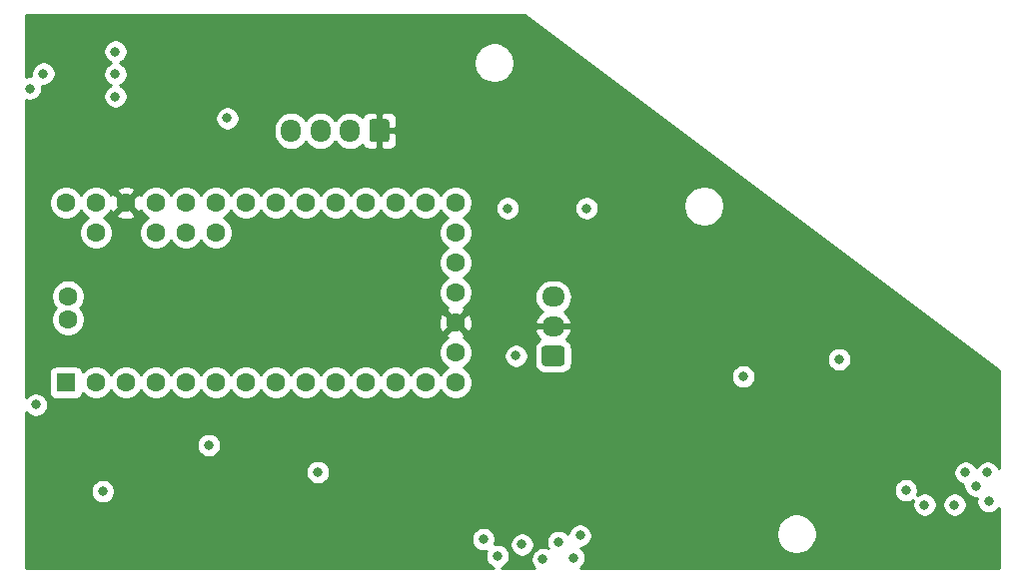
<source format=gbr>
%TF.GenerationSoftware,KiCad,Pcbnew,(5.1.10)-1*%
%TF.CreationDate,2022-10-29T14:49:15-06:00*%
%TF.ProjectId,MainBoard,4d61696e-426f-4617-9264-2e6b69636164,rev?*%
%TF.SameCoordinates,Original*%
%TF.FileFunction,Copper,L3,Inr*%
%TF.FilePolarity,Positive*%
%FSLAX46Y46*%
G04 Gerber Fmt 4.6, Leading zero omitted, Abs format (unit mm)*
G04 Created by KiCad (PCBNEW (5.1.10)-1) date 2022-10-29 14:49:15*
%MOMM*%
%LPD*%
G01*
G04 APERTURE LIST*
%TA.AperFunction,ComponentPad*%
%ADD10O,1.950000X1.700000*%
%TD*%
%TA.AperFunction,ComponentPad*%
%ADD11O,1.700000X1.950000*%
%TD*%
%TA.AperFunction,ComponentPad*%
%ADD12C,1.600000*%
%TD*%
%TA.AperFunction,ComponentPad*%
%ADD13R,1.600000X1.600000*%
%TD*%
%TA.AperFunction,ViaPad*%
%ADD14C,0.800000*%
%TD*%
%TA.AperFunction,Conductor*%
%ADD15C,0.254000*%
%TD*%
%TA.AperFunction,Conductor*%
%ADD16C,0.100000*%
%TD*%
G04 APERTURE END LIST*
D10*
%TO.N,GND*%
%TO.C,J4*%
X70764400Y-50016400D03*
%TO.N,+3V3*%
X70764400Y-52516400D03*
%TO.N,/Environmental Sensors/GP1818MK_TX*%
%TA.AperFunction,ComponentPad*%
G36*
G01*
X71489400Y-55866400D02*
X70039400Y-55866400D01*
G75*
G02*
X69789400Y-55616400I0J250000D01*
G01*
X69789400Y-54416400D01*
G75*
G02*
X70039400Y-54166400I250000J0D01*
G01*
X71489400Y-54166400D01*
G75*
G02*
X71739400Y-54416400I0J-250000D01*
G01*
X71739400Y-55616400D01*
G75*
G02*
X71489400Y-55866400I-250000J0D01*
G01*
G37*
%TD.AperFunction*%
%TD*%
D11*
%TO.N,/Environmental Sensors/SCL*%
%TO.C,J5*%
X48543200Y-35915600D03*
%TO.N,GND*%
X51043200Y-35915600D03*
%TO.N,/Environmental Sensors/SDA*%
X53543200Y-35915600D03*
%TO.N,+3V3*%
%TA.AperFunction,ComponentPad*%
G36*
G01*
X56893200Y-35190600D02*
X56893200Y-36640600D01*
G75*
G02*
X56643200Y-36890600I-250000J0D01*
G01*
X55443200Y-36890600D01*
G75*
G02*
X55193200Y-36640600I0J250000D01*
G01*
X55193200Y-35190600D01*
G75*
G02*
X55443200Y-34940600I250000J0D01*
G01*
X56643200Y-34940600D01*
G75*
G02*
X56893200Y-35190600I0J-250000D01*
G01*
G37*
%TD.AperFunction*%
%TD*%
D12*
%TO.N,Net-(U1-Pad39)*%
%TO.C,U1*%
X29641800Y-51943000D03*
%TO.N,Net-(U1-Pad40)*%
X29641800Y-49961800D03*
D13*
%TO.N,GND*%
X29464000Y-57277000D03*
D12*
%TO.N,/Environmental Sensors/GP1818MK_TX*%
X32004000Y-57277000D03*
%TO.N,Net-(U1-Pad3)*%
X34544000Y-57277000D03*
%TO.N,/Teensy LC/CHG_STAT*%
X37084000Y-57277000D03*
%TO.N,/BiasSet/BIAS_SET_IN*%
X39624000Y-57277000D03*
%TO.N,Net-(U1-Pad6)*%
X42164000Y-57277000D03*
%TO.N,Net-(U1-Pad7)*%
X44704000Y-57277000D03*
%TO.N,Net-(U1-Pad8)*%
X47244000Y-57277000D03*
%TO.N,Net-(U1-Pad9)*%
X49784000Y-57277000D03*
%TO.N,Net-(U1-Pad10)*%
X52324000Y-57277000D03*
%TO.N,Net-(U1-Pad11)*%
X54864000Y-57277000D03*
%TO.N,/Teensy LC/CS*%
X57404000Y-57277000D03*
%TO.N,/Teensy LC/DO*%
X59944000Y-57277000D03*
%TO.N,Net-(U1-Pad37)*%
X42164000Y-44577000D03*
%TO.N,Net-(U1-Pad36)*%
X39624000Y-44577000D03*
%TO.N,Net-(U1-Pad35)*%
X37084000Y-44577000D03*
%TO.N,Net-(U1-Pad34)*%
X32004000Y-44577000D03*
%TO.N,+5V*%
X29464000Y-42037000D03*
%TO.N,GND*%
X32004000Y-42037000D03*
%TO.N,+3V3*%
X34544000Y-42037000D03*
%TO.N,/Teensy LC/BTN1*%
X37084000Y-42037000D03*
%TO.N,/Teensy LC/BTN2*%
X39624000Y-42037000D03*
%TO.N,/Teensy LC/BTN3*%
X42164000Y-42037000D03*
%TO.N,/Teensy LC/BTN4*%
X44704000Y-42037000D03*
%TO.N,/Environmental Sensors/SCL*%
X47244000Y-42037000D03*
%TO.N,/Environmental Sensors/SDA*%
X49784000Y-42037000D03*
%TO.N,Net-(U1-Pad24)*%
X52324000Y-42037000D03*
%TO.N,Net-(U1-Pad23)*%
X54864000Y-42037000D03*
%TO.N,/ADC Preprocessing/MUON_PULSE*%
X57404000Y-42037000D03*
%TO.N,/ADC Preprocessing/PRESSURE_SENSE*%
X59944000Y-42037000D03*
%TO.N,/Teensy LC/DI*%
X62484000Y-57277000D03*
%TO.N,Net-(U1-Pad15)*%
X62484000Y-54737000D03*
%TO.N,+3V3*%
X62484000Y-52197000D03*
%TO.N,/Teensy LC/SCLK*%
X62484000Y-42037000D03*
%TO.N,Net-(U1-Pad19)*%
X62484000Y-44577000D03*
%TO.N,Net-(U1-Pad18)*%
X62484000Y-47117000D03*
%TO.N,GND*%
X62484000Y-49657000D03*
%TD*%
D14*
%TO.N,GND*%
X33655000Y-29210000D03*
X33655000Y-31115000D03*
X33655000Y-33020000D03*
X43140000Y-34863400D03*
X105714800Y-64922400D03*
X107569000Y-64922400D03*
X106578400Y-66040000D03*
X107670600Y-67360800D03*
X100660200Y-66421000D03*
X102235000Y-67640200D03*
X104775000Y-67640200D03*
%TO.N,+3V3*%
X57962800Y-26771600D03*
X58039000Y-29616400D03*
X55549800Y-29616400D03*
X56769000Y-29616400D03*
X37871400Y-34518600D03*
X36804600Y-36830000D03*
X37439600Y-35737800D03*
X36728400Y-38455600D03*
X33197800Y-59334400D03*
X33147000Y-60426600D03*
X33121600Y-61544200D03*
%TO.N,/ADC Preprocessing/MUON_PULSE*%
X94996000Y-55295800D03*
X73609200Y-42494200D03*
X66903600Y-42494200D03*
%TO.N,/BiasSet/BIAS_SET_OUT*%
X41568600Y-62596800D03*
X27559000Y-31064200D03*
%TO.N,/Teensy LC/CHG_STAT*%
X26416000Y-32334200D03*
%TO.N,/Environmental Sensors/GP1818MK_TX*%
X67614800Y-55016400D03*
X26924000Y-59156600D03*
%TO.N,+5V*%
X86868000Y-56769000D03*
X66040000Y-71983600D03*
X68122800Y-71018400D03*
X69900800Y-72263000D03*
X71221600Y-70789800D03*
X72491600Y-72136000D03*
X73050400Y-70256400D03*
X50825400Y-64871600D03*
X32588200Y-66497200D03*
X64846200Y-70561200D03*
%TD*%
D15*
%TO.N,+3V3*%
X108535000Y-56222500D02*
X108535000Y-64549946D01*
X108486205Y-64432144D01*
X108372937Y-64262626D01*
X108228774Y-64118463D01*
X108059256Y-64005195D01*
X107870898Y-63927174D01*
X107670939Y-63887400D01*
X107467061Y-63887400D01*
X107267102Y-63927174D01*
X107078744Y-64005195D01*
X106909226Y-64118463D01*
X106765063Y-64262626D01*
X106651795Y-64432144D01*
X106641900Y-64456032D01*
X106632005Y-64432144D01*
X106518737Y-64262626D01*
X106374574Y-64118463D01*
X106205056Y-64005195D01*
X106016698Y-63927174D01*
X105816739Y-63887400D01*
X105612861Y-63887400D01*
X105412902Y-63927174D01*
X105224544Y-64005195D01*
X105055026Y-64118463D01*
X104910863Y-64262626D01*
X104797595Y-64432144D01*
X104719574Y-64620502D01*
X104679800Y-64820461D01*
X104679800Y-65024339D01*
X104719574Y-65224298D01*
X104797595Y-65412656D01*
X104910863Y-65582174D01*
X105055026Y-65726337D01*
X105224544Y-65839605D01*
X105412902Y-65917626D01*
X105543400Y-65943583D01*
X105543400Y-66141939D01*
X105583174Y-66341898D01*
X105661195Y-66530256D01*
X105774463Y-66699774D01*
X105918626Y-66843937D01*
X106088144Y-66957205D01*
X106276502Y-67035226D01*
X106476461Y-67075000D01*
X106672172Y-67075000D01*
X106635600Y-67258861D01*
X106635600Y-67462739D01*
X106675374Y-67662698D01*
X106753395Y-67851056D01*
X106866663Y-68020574D01*
X107010826Y-68164737D01*
X107180344Y-68278005D01*
X107368702Y-68356026D01*
X107568661Y-68395800D01*
X107772539Y-68395800D01*
X107972498Y-68356026D01*
X108160856Y-68278005D01*
X108330374Y-68164737D01*
X108474537Y-68020574D01*
X108535001Y-67930083D01*
X108535001Y-72975000D01*
X73098898Y-72975000D01*
X73151374Y-72939937D01*
X73295537Y-72795774D01*
X73408805Y-72626256D01*
X73486826Y-72437898D01*
X73526600Y-72237939D01*
X73526600Y-72034061D01*
X73486826Y-71834102D01*
X73408805Y-71645744D01*
X73295537Y-71476226D01*
X73151374Y-71332063D01*
X73090517Y-71291400D01*
X73152339Y-71291400D01*
X73352298Y-71251626D01*
X73540656Y-71173605D01*
X73710174Y-71060337D01*
X73854337Y-70916174D01*
X73967605Y-70746656D01*
X74045626Y-70558298D01*
X74085400Y-70358339D01*
X74085400Y-70154461D01*
X74045626Y-69954502D01*
X74036768Y-69933117D01*
X89654200Y-69933117D01*
X89654200Y-70274883D01*
X89720875Y-70610081D01*
X89851663Y-70925831D01*
X90041537Y-71209998D01*
X90283202Y-71451663D01*
X90567369Y-71641537D01*
X90883119Y-71772325D01*
X91218317Y-71839000D01*
X91560083Y-71839000D01*
X91895281Y-71772325D01*
X92211031Y-71641537D01*
X92495198Y-71451663D01*
X92736863Y-71209998D01*
X92926737Y-70925831D01*
X93057525Y-70610081D01*
X93124200Y-70274883D01*
X93124200Y-69933117D01*
X93057525Y-69597919D01*
X92926737Y-69282169D01*
X92736863Y-68998002D01*
X92495198Y-68756337D01*
X92211031Y-68566463D01*
X91895281Y-68435675D01*
X91560083Y-68369000D01*
X91218317Y-68369000D01*
X90883119Y-68435675D01*
X90567369Y-68566463D01*
X90283202Y-68756337D01*
X90041537Y-68998002D01*
X89851663Y-69282169D01*
X89720875Y-69597919D01*
X89654200Y-69933117D01*
X74036768Y-69933117D01*
X73967605Y-69766144D01*
X73854337Y-69596626D01*
X73710174Y-69452463D01*
X73540656Y-69339195D01*
X73352298Y-69261174D01*
X73152339Y-69221400D01*
X72948461Y-69221400D01*
X72748502Y-69261174D01*
X72560144Y-69339195D01*
X72390626Y-69452463D01*
X72246463Y-69596626D01*
X72133195Y-69766144D01*
X72055174Y-69954502D01*
X72021136Y-70125625D01*
X71881374Y-69985863D01*
X71711856Y-69872595D01*
X71523498Y-69794574D01*
X71323539Y-69754800D01*
X71119661Y-69754800D01*
X70919702Y-69794574D01*
X70731344Y-69872595D01*
X70561826Y-69985863D01*
X70417663Y-70130026D01*
X70304395Y-70299544D01*
X70226374Y-70487902D01*
X70186600Y-70687861D01*
X70186600Y-70891739D01*
X70226374Y-71091698D01*
X70304395Y-71280056D01*
X70331966Y-71321319D01*
X70202698Y-71267774D01*
X70002739Y-71228000D01*
X69798861Y-71228000D01*
X69598902Y-71267774D01*
X69410544Y-71345795D01*
X69241026Y-71459063D01*
X69096863Y-71603226D01*
X68983595Y-71772744D01*
X68905574Y-71961102D01*
X68865800Y-72161061D01*
X68865800Y-72364939D01*
X68905574Y-72564898D01*
X68983595Y-72753256D01*
X69096863Y-72922774D01*
X69149089Y-72975000D01*
X66351135Y-72975000D01*
X66530256Y-72900805D01*
X66699774Y-72787537D01*
X66843937Y-72643374D01*
X66957205Y-72473856D01*
X67035226Y-72285498D01*
X67075000Y-72085539D01*
X67075000Y-71881661D01*
X67035226Y-71681702D01*
X66957205Y-71493344D01*
X66843937Y-71323826D01*
X66699774Y-71179663D01*
X66530256Y-71066395D01*
X66341898Y-70988374D01*
X66141939Y-70948600D01*
X65938061Y-70948600D01*
X65794153Y-70977225D01*
X65819322Y-70916461D01*
X67087800Y-70916461D01*
X67087800Y-71120339D01*
X67127574Y-71320298D01*
X67205595Y-71508656D01*
X67318863Y-71678174D01*
X67463026Y-71822337D01*
X67632544Y-71935605D01*
X67820902Y-72013626D01*
X68020861Y-72053400D01*
X68224739Y-72053400D01*
X68424698Y-72013626D01*
X68613056Y-71935605D01*
X68782574Y-71822337D01*
X68926737Y-71678174D01*
X69040005Y-71508656D01*
X69118026Y-71320298D01*
X69157800Y-71120339D01*
X69157800Y-70916461D01*
X69118026Y-70716502D01*
X69040005Y-70528144D01*
X68926737Y-70358626D01*
X68782574Y-70214463D01*
X68613056Y-70101195D01*
X68424698Y-70023174D01*
X68224739Y-69983400D01*
X68020861Y-69983400D01*
X67820902Y-70023174D01*
X67632544Y-70101195D01*
X67463026Y-70214463D01*
X67318863Y-70358626D01*
X67205595Y-70528144D01*
X67127574Y-70716502D01*
X67087800Y-70916461D01*
X65819322Y-70916461D01*
X65841426Y-70863098D01*
X65881200Y-70663139D01*
X65881200Y-70459261D01*
X65841426Y-70259302D01*
X65763405Y-70070944D01*
X65650137Y-69901426D01*
X65505974Y-69757263D01*
X65336456Y-69643995D01*
X65148098Y-69565974D01*
X64948139Y-69526200D01*
X64744261Y-69526200D01*
X64544302Y-69565974D01*
X64355944Y-69643995D01*
X64186426Y-69757263D01*
X64042263Y-69901426D01*
X63928995Y-70070944D01*
X63850974Y-70259302D01*
X63811200Y-70459261D01*
X63811200Y-70663139D01*
X63850974Y-70863098D01*
X63928995Y-71051456D01*
X64042263Y-71220974D01*
X64186426Y-71365137D01*
X64355944Y-71478405D01*
X64544302Y-71556426D01*
X64744261Y-71596200D01*
X64948139Y-71596200D01*
X65092047Y-71567575D01*
X65044774Y-71681702D01*
X65005000Y-71881661D01*
X65005000Y-72085539D01*
X65044774Y-72285498D01*
X65122795Y-72473856D01*
X65236063Y-72643374D01*
X65380226Y-72787537D01*
X65549744Y-72900805D01*
X65728865Y-72975000D01*
X26085000Y-72975000D01*
X26085000Y-66395261D01*
X31553200Y-66395261D01*
X31553200Y-66599139D01*
X31592974Y-66799098D01*
X31670995Y-66987456D01*
X31784263Y-67156974D01*
X31928426Y-67301137D01*
X32097944Y-67414405D01*
X32286302Y-67492426D01*
X32486261Y-67532200D01*
X32690139Y-67532200D01*
X32890098Y-67492426D01*
X33078456Y-67414405D01*
X33247974Y-67301137D01*
X33392137Y-67156974D01*
X33505405Y-66987456D01*
X33583426Y-66799098D01*
X33623200Y-66599139D01*
X33623200Y-66395261D01*
X33608043Y-66319061D01*
X99625200Y-66319061D01*
X99625200Y-66522939D01*
X99664974Y-66722898D01*
X99742995Y-66911256D01*
X99856263Y-67080774D01*
X100000426Y-67224937D01*
X100169944Y-67338205D01*
X100358302Y-67416226D01*
X100558261Y-67456000D01*
X100762139Y-67456000D01*
X100962098Y-67416226D01*
X101150456Y-67338205D01*
X101274010Y-67255649D01*
X101239774Y-67338302D01*
X101200000Y-67538261D01*
X101200000Y-67742139D01*
X101239774Y-67942098D01*
X101317795Y-68130456D01*
X101431063Y-68299974D01*
X101575226Y-68444137D01*
X101744744Y-68557405D01*
X101933102Y-68635426D01*
X102133061Y-68675200D01*
X102336939Y-68675200D01*
X102536898Y-68635426D01*
X102725256Y-68557405D01*
X102894774Y-68444137D01*
X103038937Y-68299974D01*
X103152205Y-68130456D01*
X103230226Y-67942098D01*
X103270000Y-67742139D01*
X103270000Y-67538261D01*
X103740000Y-67538261D01*
X103740000Y-67742139D01*
X103779774Y-67942098D01*
X103857795Y-68130456D01*
X103971063Y-68299974D01*
X104115226Y-68444137D01*
X104284744Y-68557405D01*
X104473102Y-68635426D01*
X104673061Y-68675200D01*
X104876939Y-68675200D01*
X105076898Y-68635426D01*
X105265256Y-68557405D01*
X105434774Y-68444137D01*
X105578937Y-68299974D01*
X105692205Y-68130456D01*
X105770226Y-67942098D01*
X105810000Y-67742139D01*
X105810000Y-67538261D01*
X105770226Y-67338302D01*
X105692205Y-67149944D01*
X105578937Y-66980426D01*
X105434774Y-66836263D01*
X105265256Y-66722995D01*
X105076898Y-66644974D01*
X104876939Y-66605200D01*
X104673061Y-66605200D01*
X104473102Y-66644974D01*
X104284744Y-66722995D01*
X104115226Y-66836263D01*
X103971063Y-66980426D01*
X103857795Y-67149944D01*
X103779774Y-67338302D01*
X103740000Y-67538261D01*
X103270000Y-67538261D01*
X103230226Y-67338302D01*
X103152205Y-67149944D01*
X103038937Y-66980426D01*
X102894774Y-66836263D01*
X102725256Y-66722995D01*
X102536898Y-66644974D01*
X102336939Y-66605200D01*
X102133061Y-66605200D01*
X101933102Y-66644974D01*
X101744744Y-66722995D01*
X101621190Y-66805551D01*
X101655426Y-66722898D01*
X101695200Y-66522939D01*
X101695200Y-66319061D01*
X101655426Y-66119102D01*
X101577405Y-65930744D01*
X101464137Y-65761226D01*
X101319974Y-65617063D01*
X101150456Y-65503795D01*
X100962098Y-65425774D01*
X100762139Y-65386000D01*
X100558261Y-65386000D01*
X100358302Y-65425774D01*
X100169944Y-65503795D01*
X100000426Y-65617063D01*
X99856263Y-65761226D01*
X99742995Y-65930744D01*
X99664974Y-66119102D01*
X99625200Y-66319061D01*
X33608043Y-66319061D01*
X33583426Y-66195302D01*
X33505405Y-66006944D01*
X33392137Y-65837426D01*
X33247974Y-65693263D01*
X33078456Y-65579995D01*
X32890098Y-65501974D01*
X32690139Y-65462200D01*
X32486261Y-65462200D01*
X32286302Y-65501974D01*
X32097944Y-65579995D01*
X31928426Y-65693263D01*
X31784263Y-65837426D01*
X31670995Y-66006944D01*
X31592974Y-66195302D01*
X31553200Y-66395261D01*
X26085000Y-66395261D01*
X26085000Y-64769661D01*
X49790400Y-64769661D01*
X49790400Y-64973539D01*
X49830174Y-65173498D01*
X49908195Y-65361856D01*
X50021463Y-65531374D01*
X50165626Y-65675537D01*
X50335144Y-65788805D01*
X50523502Y-65866826D01*
X50723461Y-65906600D01*
X50927339Y-65906600D01*
X51127298Y-65866826D01*
X51315656Y-65788805D01*
X51485174Y-65675537D01*
X51629337Y-65531374D01*
X51742605Y-65361856D01*
X51820626Y-65173498D01*
X51860400Y-64973539D01*
X51860400Y-64769661D01*
X51820626Y-64569702D01*
X51742605Y-64381344D01*
X51629337Y-64211826D01*
X51485174Y-64067663D01*
X51315656Y-63954395D01*
X51127298Y-63876374D01*
X50927339Y-63836600D01*
X50723461Y-63836600D01*
X50523502Y-63876374D01*
X50335144Y-63954395D01*
X50165626Y-64067663D01*
X50021463Y-64211826D01*
X49908195Y-64381344D01*
X49830174Y-64569702D01*
X49790400Y-64769661D01*
X26085000Y-64769661D01*
X26085000Y-62494861D01*
X40533600Y-62494861D01*
X40533600Y-62698739D01*
X40573374Y-62898698D01*
X40651395Y-63087056D01*
X40764663Y-63256574D01*
X40908826Y-63400737D01*
X41078344Y-63514005D01*
X41266702Y-63592026D01*
X41466661Y-63631800D01*
X41670539Y-63631800D01*
X41870498Y-63592026D01*
X42058856Y-63514005D01*
X42228374Y-63400737D01*
X42372537Y-63256574D01*
X42485805Y-63087056D01*
X42563826Y-62898698D01*
X42603600Y-62698739D01*
X42603600Y-62494861D01*
X42563826Y-62294902D01*
X42485805Y-62106544D01*
X42372537Y-61937026D01*
X42228374Y-61792863D01*
X42058856Y-61679595D01*
X41870498Y-61601574D01*
X41670539Y-61561800D01*
X41466661Y-61561800D01*
X41266702Y-61601574D01*
X41078344Y-61679595D01*
X40908826Y-61792863D01*
X40764663Y-61937026D01*
X40651395Y-62106544D01*
X40573374Y-62294902D01*
X40533600Y-62494861D01*
X26085000Y-62494861D01*
X26085000Y-59763898D01*
X26120063Y-59816374D01*
X26264226Y-59960537D01*
X26433744Y-60073805D01*
X26622102Y-60151826D01*
X26822061Y-60191600D01*
X27025939Y-60191600D01*
X27225898Y-60151826D01*
X27414256Y-60073805D01*
X27583774Y-59960537D01*
X27727937Y-59816374D01*
X27841205Y-59646856D01*
X27919226Y-59458498D01*
X27959000Y-59258539D01*
X27959000Y-59054661D01*
X27919226Y-58854702D01*
X27841205Y-58666344D01*
X27727937Y-58496826D01*
X27583774Y-58352663D01*
X27414256Y-58239395D01*
X27225898Y-58161374D01*
X27025939Y-58121600D01*
X26822061Y-58121600D01*
X26622102Y-58161374D01*
X26433744Y-58239395D01*
X26264226Y-58352663D01*
X26120063Y-58496826D01*
X26085000Y-58549302D01*
X26085000Y-56477000D01*
X28025928Y-56477000D01*
X28025928Y-58077000D01*
X28038188Y-58201482D01*
X28074498Y-58321180D01*
X28133463Y-58431494D01*
X28212815Y-58528185D01*
X28309506Y-58607537D01*
X28419820Y-58666502D01*
X28539518Y-58702812D01*
X28664000Y-58715072D01*
X30264000Y-58715072D01*
X30388482Y-58702812D01*
X30508180Y-58666502D01*
X30618494Y-58607537D01*
X30715185Y-58528185D01*
X30794537Y-58431494D01*
X30853502Y-58321180D01*
X30889812Y-58201482D01*
X30890643Y-58193039D01*
X31089241Y-58391637D01*
X31324273Y-58548680D01*
X31585426Y-58656853D01*
X31862665Y-58712000D01*
X32145335Y-58712000D01*
X32422574Y-58656853D01*
X32683727Y-58548680D01*
X32918759Y-58391637D01*
X33118637Y-58191759D01*
X33274000Y-57959241D01*
X33429363Y-58191759D01*
X33629241Y-58391637D01*
X33864273Y-58548680D01*
X34125426Y-58656853D01*
X34402665Y-58712000D01*
X34685335Y-58712000D01*
X34962574Y-58656853D01*
X35223727Y-58548680D01*
X35458759Y-58391637D01*
X35658637Y-58191759D01*
X35814000Y-57959241D01*
X35969363Y-58191759D01*
X36169241Y-58391637D01*
X36404273Y-58548680D01*
X36665426Y-58656853D01*
X36942665Y-58712000D01*
X37225335Y-58712000D01*
X37502574Y-58656853D01*
X37763727Y-58548680D01*
X37998759Y-58391637D01*
X38198637Y-58191759D01*
X38354000Y-57959241D01*
X38509363Y-58191759D01*
X38709241Y-58391637D01*
X38944273Y-58548680D01*
X39205426Y-58656853D01*
X39482665Y-58712000D01*
X39765335Y-58712000D01*
X40042574Y-58656853D01*
X40303727Y-58548680D01*
X40538759Y-58391637D01*
X40738637Y-58191759D01*
X40894000Y-57959241D01*
X41049363Y-58191759D01*
X41249241Y-58391637D01*
X41484273Y-58548680D01*
X41745426Y-58656853D01*
X42022665Y-58712000D01*
X42305335Y-58712000D01*
X42582574Y-58656853D01*
X42843727Y-58548680D01*
X43078759Y-58391637D01*
X43278637Y-58191759D01*
X43434000Y-57959241D01*
X43589363Y-58191759D01*
X43789241Y-58391637D01*
X44024273Y-58548680D01*
X44285426Y-58656853D01*
X44562665Y-58712000D01*
X44845335Y-58712000D01*
X45122574Y-58656853D01*
X45383727Y-58548680D01*
X45618759Y-58391637D01*
X45818637Y-58191759D01*
X45974000Y-57959241D01*
X46129363Y-58191759D01*
X46329241Y-58391637D01*
X46564273Y-58548680D01*
X46825426Y-58656853D01*
X47102665Y-58712000D01*
X47385335Y-58712000D01*
X47662574Y-58656853D01*
X47923727Y-58548680D01*
X48158759Y-58391637D01*
X48358637Y-58191759D01*
X48514000Y-57959241D01*
X48669363Y-58191759D01*
X48869241Y-58391637D01*
X49104273Y-58548680D01*
X49365426Y-58656853D01*
X49642665Y-58712000D01*
X49925335Y-58712000D01*
X50202574Y-58656853D01*
X50463727Y-58548680D01*
X50698759Y-58391637D01*
X50898637Y-58191759D01*
X51054000Y-57959241D01*
X51209363Y-58191759D01*
X51409241Y-58391637D01*
X51644273Y-58548680D01*
X51905426Y-58656853D01*
X52182665Y-58712000D01*
X52465335Y-58712000D01*
X52742574Y-58656853D01*
X53003727Y-58548680D01*
X53238759Y-58391637D01*
X53438637Y-58191759D01*
X53594000Y-57959241D01*
X53749363Y-58191759D01*
X53949241Y-58391637D01*
X54184273Y-58548680D01*
X54445426Y-58656853D01*
X54722665Y-58712000D01*
X55005335Y-58712000D01*
X55282574Y-58656853D01*
X55543727Y-58548680D01*
X55778759Y-58391637D01*
X55978637Y-58191759D01*
X56134000Y-57959241D01*
X56289363Y-58191759D01*
X56489241Y-58391637D01*
X56724273Y-58548680D01*
X56985426Y-58656853D01*
X57262665Y-58712000D01*
X57545335Y-58712000D01*
X57822574Y-58656853D01*
X58083727Y-58548680D01*
X58318759Y-58391637D01*
X58518637Y-58191759D01*
X58674000Y-57959241D01*
X58829363Y-58191759D01*
X59029241Y-58391637D01*
X59264273Y-58548680D01*
X59525426Y-58656853D01*
X59802665Y-58712000D01*
X60085335Y-58712000D01*
X60362574Y-58656853D01*
X60623727Y-58548680D01*
X60858759Y-58391637D01*
X61058637Y-58191759D01*
X61214000Y-57959241D01*
X61369363Y-58191759D01*
X61569241Y-58391637D01*
X61804273Y-58548680D01*
X62065426Y-58656853D01*
X62342665Y-58712000D01*
X62625335Y-58712000D01*
X62902574Y-58656853D01*
X63163727Y-58548680D01*
X63398759Y-58391637D01*
X63598637Y-58191759D01*
X63755680Y-57956727D01*
X63863853Y-57695574D01*
X63919000Y-57418335D01*
X63919000Y-57135665D01*
X63863853Y-56858426D01*
X63784588Y-56667061D01*
X85833000Y-56667061D01*
X85833000Y-56870939D01*
X85872774Y-57070898D01*
X85950795Y-57259256D01*
X86064063Y-57428774D01*
X86208226Y-57572937D01*
X86377744Y-57686205D01*
X86566102Y-57764226D01*
X86766061Y-57804000D01*
X86969939Y-57804000D01*
X87169898Y-57764226D01*
X87358256Y-57686205D01*
X87527774Y-57572937D01*
X87671937Y-57428774D01*
X87785205Y-57259256D01*
X87863226Y-57070898D01*
X87903000Y-56870939D01*
X87903000Y-56667061D01*
X87863226Y-56467102D01*
X87785205Y-56278744D01*
X87671937Y-56109226D01*
X87527774Y-55965063D01*
X87358256Y-55851795D01*
X87169898Y-55773774D01*
X86969939Y-55734000D01*
X86766061Y-55734000D01*
X86566102Y-55773774D01*
X86377744Y-55851795D01*
X86208226Y-55965063D01*
X86064063Y-56109226D01*
X85950795Y-56278744D01*
X85872774Y-56467102D01*
X85833000Y-56667061D01*
X63784588Y-56667061D01*
X63755680Y-56597273D01*
X63598637Y-56362241D01*
X63398759Y-56162363D01*
X63166241Y-56007000D01*
X63398759Y-55851637D01*
X63598637Y-55651759D01*
X63755680Y-55416727D01*
X63863853Y-55155574D01*
X63911813Y-54914461D01*
X66579800Y-54914461D01*
X66579800Y-55118339D01*
X66619574Y-55318298D01*
X66697595Y-55506656D01*
X66810863Y-55676174D01*
X66955026Y-55820337D01*
X67124544Y-55933605D01*
X67312902Y-56011626D01*
X67512861Y-56051400D01*
X67716739Y-56051400D01*
X67916698Y-56011626D01*
X68105056Y-55933605D01*
X68274574Y-55820337D01*
X68418737Y-55676174D01*
X68532005Y-55506656D01*
X68610026Y-55318298D01*
X68649800Y-55118339D01*
X68649800Y-54914461D01*
X68610026Y-54714502D01*
X68532005Y-54526144D01*
X68458677Y-54416400D01*
X69151328Y-54416400D01*
X69151328Y-55616400D01*
X69168392Y-55789654D01*
X69218928Y-55956250D01*
X69300995Y-56109786D01*
X69411438Y-56244362D01*
X69546014Y-56354805D01*
X69699550Y-56436872D01*
X69866146Y-56487408D01*
X70039400Y-56504472D01*
X71489400Y-56504472D01*
X71662654Y-56487408D01*
X71829250Y-56436872D01*
X71982786Y-56354805D01*
X72117362Y-56244362D01*
X72227805Y-56109786D01*
X72309872Y-55956250D01*
X72360408Y-55789654D01*
X72377472Y-55616400D01*
X72377472Y-55193861D01*
X93961000Y-55193861D01*
X93961000Y-55397739D01*
X94000774Y-55597698D01*
X94078795Y-55786056D01*
X94192063Y-55955574D01*
X94336226Y-56099737D01*
X94505744Y-56213005D01*
X94694102Y-56291026D01*
X94894061Y-56330800D01*
X95097939Y-56330800D01*
X95297898Y-56291026D01*
X95486256Y-56213005D01*
X95655774Y-56099737D01*
X95799937Y-55955574D01*
X95913205Y-55786056D01*
X95991226Y-55597698D01*
X96031000Y-55397739D01*
X96031000Y-55193861D01*
X95991226Y-54993902D01*
X95913205Y-54805544D01*
X95799937Y-54636026D01*
X95655774Y-54491863D01*
X95486256Y-54378595D01*
X95297898Y-54300574D01*
X95097939Y-54260800D01*
X94894061Y-54260800D01*
X94694102Y-54300574D01*
X94505744Y-54378595D01*
X94336226Y-54491863D01*
X94192063Y-54636026D01*
X94078795Y-54805544D01*
X94000774Y-54993902D01*
X93961000Y-55193861D01*
X72377472Y-55193861D01*
X72377472Y-54416400D01*
X72360408Y-54243146D01*
X72309872Y-54076550D01*
X72227805Y-53923014D01*
X72117362Y-53788438D01*
X71982786Y-53677995D01*
X71877439Y-53621686D01*
X71898829Y-53605449D01*
X72091896Y-53387593D01*
X72238752Y-53136258D01*
X72330876Y-52873290D01*
X72209555Y-52643400D01*
X70891400Y-52643400D01*
X70891400Y-52663400D01*
X70637400Y-52663400D01*
X70637400Y-52643400D01*
X69319245Y-52643400D01*
X69197924Y-52873290D01*
X69290048Y-53136258D01*
X69436904Y-53387593D01*
X69629971Y-53605449D01*
X69651361Y-53621686D01*
X69546014Y-53677995D01*
X69411438Y-53788438D01*
X69300995Y-53923014D01*
X69218928Y-54076550D01*
X69168392Y-54243146D01*
X69151328Y-54416400D01*
X68458677Y-54416400D01*
X68418737Y-54356626D01*
X68274574Y-54212463D01*
X68105056Y-54099195D01*
X67916698Y-54021174D01*
X67716739Y-53981400D01*
X67512861Y-53981400D01*
X67312902Y-54021174D01*
X67124544Y-54099195D01*
X66955026Y-54212463D01*
X66810863Y-54356626D01*
X66697595Y-54526144D01*
X66619574Y-54714502D01*
X66579800Y-54914461D01*
X63911813Y-54914461D01*
X63919000Y-54878335D01*
X63919000Y-54595665D01*
X63863853Y-54318426D01*
X63755680Y-54057273D01*
X63598637Y-53822241D01*
X63398759Y-53622363D01*
X63164872Y-53466085D01*
X63225514Y-53433671D01*
X63297097Y-53189702D01*
X62484000Y-52376605D01*
X61670903Y-53189702D01*
X61742486Y-53433671D01*
X61806992Y-53464194D01*
X61804273Y-53465320D01*
X61569241Y-53622363D01*
X61369363Y-53822241D01*
X61212320Y-54057273D01*
X61104147Y-54318426D01*
X61049000Y-54595665D01*
X61049000Y-54878335D01*
X61104147Y-55155574D01*
X61212320Y-55416727D01*
X61369363Y-55651759D01*
X61569241Y-55851637D01*
X61801759Y-56007000D01*
X61569241Y-56162363D01*
X61369363Y-56362241D01*
X61214000Y-56594759D01*
X61058637Y-56362241D01*
X60858759Y-56162363D01*
X60623727Y-56005320D01*
X60362574Y-55897147D01*
X60085335Y-55842000D01*
X59802665Y-55842000D01*
X59525426Y-55897147D01*
X59264273Y-56005320D01*
X59029241Y-56162363D01*
X58829363Y-56362241D01*
X58674000Y-56594759D01*
X58518637Y-56362241D01*
X58318759Y-56162363D01*
X58083727Y-56005320D01*
X57822574Y-55897147D01*
X57545335Y-55842000D01*
X57262665Y-55842000D01*
X56985426Y-55897147D01*
X56724273Y-56005320D01*
X56489241Y-56162363D01*
X56289363Y-56362241D01*
X56134000Y-56594759D01*
X55978637Y-56362241D01*
X55778759Y-56162363D01*
X55543727Y-56005320D01*
X55282574Y-55897147D01*
X55005335Y-55842000D01*
X54722665Y-55842000D01*
X54445426Y-55897147D01*
X54184273Y-56005320D01*
X53949241Y-56162363D01*
X53749363Y-56362241D01*
X53594000Y-56594759D01*
X53438637Y-56362241D01*
X53238759Y-56162363D01*
X53003727Y-56005320D01*
X52742574Y-55897147D01*
X52465335Y-55842000D01*
X52182665Y-55842000D01*
X51905426Y-55897147D01*
X51644273Y-56005320D01*
X51409241Y-56162363D01*
X51209363Y-56362241D01*
X51054000Y-56594759D01*
X50898637Y-56362241D01*
X50698759Y-56162363D01*
X50463727Y-56005320D01*
X50202574Y-55897147D01*
X49925335Y-55842000D01*
X49642665Y-55842000D01*
X49365426Y-55897147D01*
X49104273Y-56005320D01*
X48869241Y-56162363D01*
X48669363Y-56362241D01*
X48514000Y-56594759D01*
X48358637Y-56362241D01*
X48158759Y-56162363D01*
X47923727Y-56005320D01*
X47662574Y-55897147D01*
X47385335Y-55842000D01*
X47102665Y-55842000D01*
X46825426Y-55897147D01*
X46564273Y-56005320D01*
X46329241Y-56162363D01*
X46129363Y-56362241D01*
X45974000Y-56594759D01*
X45818637Y-56362241D01*
X45618759Y-56162363D01*
X45383727Y-56005320D01*
X45122574Y-55897147D01*
X44845335Y-55842000D01*
X44562665Y-55842000D01*
X44285426Y-55897147D01*
X44024273Y-56005320D01*
X43789241Y-56162363D01*
X43589363Y-56362241D01*
X43434000Y-56594759D01*
X43278637Y-56362241D01*
X43078759Y-56162363D01*
X42843727Y-56005320D01*
X42582574Y-55897147D01*
X42305335Y-55842000D01*
X42022665Y-55842000D01*
X41745426Y-55897147D01*
X41484273Y-56005320D01*
X41249241Y-56162363D01*
X41049363Y-56362241D01*
X40894000Y-56594759D01*
X40738637Y-56362241D01*
X40538759Y-56162363D01*
X40303727Y-56005320D01*
X40042574Y-55897147D01*
X39765335Y-55842000D01*
X39482665Y-55842000D01*
X39205426Y-55897147D01*
X38944273Y-56005320D01*
X38709241Y-56162363D01*
X38509363Y-56362241D01*
X38354000Y-56594759D01*
X38198637Y-56362241D01*
X37998759Y-56162363D01*
X37763727Y-56005320D01*
X37502574Y-55897147D01*
X37225335Y-55842000D01*
X36942665Y-55842000D01*
X36665426Y-55897147D01*
X36404273Y-56005320D01*
X36169241Y-56162363D01*
X35969363Y-56362241D01*
X35814000Y-56594759D01*
X35658637Y-56362241D01*
X35458759Y-56162363D01*
X35223727Y-56005320D01*
X34962574Y-55897147D01*
X34685335Y-55842000D01*
X34402665Y-55842000D01*
X34125426Y-55897147D01*
X33864273Y-56005320D01*
X33629241Y-56162363D01*
X33429363Y-56362241D01*
X33274000Y-56594759D01*
X33118637Y-56362241D01*
X32918759Y-56162363D01*
X32683727Y-56005320D01*
X32422574Y-55897147D01*
X32145335Y-55842000D01*
X31862665Y-55842000D01*
X31585426Y-55897147D01*
X31324273Y-56005320D01*
X31089241Y-56162363D01*
X30890643Y-56360961D01*
X30889812Y-56352518D01*
X30853502Y-56232820D01*
X30794537Y-56122506D01*
X30715185Y-56025815D01*
X30618494Y-55946463D01*
X30508180Y-55887498D01*
X30388482Y-55851188D01*
X30264000Y-55838928D01*
X28664000Y-55838928D01*
X28539518Y-55851188D01*
X28419820Y-55887498D01*
X28309506Y-55946463D01*
X28212815Y-56025815D01*
X28133463Y-56122506D01*
X28074498Y-56232820D01*
X28038188Y-56352518D01*
X28025928Y-56477000D01*
X26085000Y-56477000D01*
X26085000Y-49820465D01*
X28206800Y-49820465D01*
X28206800Y-50103135D01*
X28261947Y-50380374D01*
X28370120Y-50641527D01*
X28527163Y-50876559D01*
X28603004Y-50952400D01*
X28527163Y-51028241D01*
X28370120Y-51263273D01*
X28261947Y-51524426D01*
X28206800Y-51801665D01*
X28206800Y-52084335D01*
X28261947Y-52361574D01*
X28370120Y-52622727D01*
X28527163Y-52857759D01*
X28727041Y-53057637D01*
X28962073Y-53214680D01*
X29223226Y-53322853D01*
X29500465Y-53378000D01*
X29783135Y-53378000D01*
X30060374Y-53322853D01*
X30321527Y-53214680D01*
X30556559Y-53057637D01*
X30756437Y-52857759D01*
X30913480Y-52622727D01*
X31021653Y-52361574D01*
X31040363Y-52267512D01*
X61043783Y-52267512D01*
X61085213Y-52547130D01*
X61180397Y-52813292D01*
X61247329Y-52938514D01*
X61491298Y-53010097D01*
X62304395Y-52197000D01*
X62663605Y-52197000D01*
X63476702Y-53010097D01*
X63720671Y-52938514D01*
X63841571Y-52683004D01*
X63910300Y-52408816D01*
X63924217Y-52126488D01*
X63882787Y-51846870D01*
X63787603Y-51580708D01*
X63720671Y-51455486D01*
X63476702Y-51383903D01*
X62663605Y-52197000D01*
X62304395Y-52197000D01*
X61491298Y-51383903D01*
X61247329Y-51455486D01*
X61126429Y-51710996D01*
X61057700Y-51985184D01*
X61043783Y-52267512D01*
X31040363Y-52267512D01*
X31076800Y-52084335D01*
X31076800Y-51801665D01*
X31021653Y-51524426D01*
X30913480Y-51263273D01*
X30756437Y-51028241D01*
X30680596Y-50952400D01*
X30756437Y-50876559D01*
X30913480Y-50641527D01*
X31021653Y-50380374D01*
X31076800Y-50103135D01*
X31076800Y-49820465D01*
X31021653Y-49543226D01*
X30913480Y-49282073D01*
X30756437Y-49047041D01*
X30556559Y-48847163D01*
X30321527Y-48690120D01*
X30060374Y-48581947D01*
X29783135Y-48526800D01*
X29500465Y-48526800D01*
X29223226Y-48581947D01*
X28962073Y-48690120D01*
X28727041Y-48847163D01*
X28527163Y-49047041D01*
X28370120Y-49282073D01*
X28261947Y-49543226D01*
X28206800Y-49820465D01*
X26085000Y-49820465D01*
X26085000Y-41895665D01*
X28029000Y-41895665D01*
X28029000Y-42178335D01*
X28084147Y-42455574D01*
X28192320Y-42716727D01*
X28349363Y-42951759D01*
X28549241Y-43151637D01*
X28784273Y-43308680D01*
X29045426Y-43416853D01*
X29322665Y-43472000D01*
X29605335Y-43472000D01*
X29882574Y-43416853D01*
X30143727Y-43308680D01*
X30378759Y-43151637D01*
X30578637Y-42951759D01*
X30734000Y-42719241D01*
X30889363Y-42951759D01*
X31089241Y-43151637D01*
X31321759Y-43307000D01*
X31089241Y-43462363D01*
X30889363Y-43662241D01*
X30732320Y-43897273D01*
X30624147Y-44158426D01*
X30569000Y-44435665D01*
X30569000Y-44718335D01*
X30624147Y-44995574D01*
X30732320Y-45256727D01*
X30889363Y-45491759D01*
X31089241Y-45691637D01*
X31324273Y-45848680D01*
X31585426Y-45956853D01*
X31862665Y-46012000D01*
X32145335Y-46012000D01*
X32422574Y-45956853D01*
X32683727Y-45848680D01*
X32918759Y-45691637D01*
X33118637Y-45491759D01*
X33275680Y-45256727D01*
X33383853Y-44995574D01*
X33439000Y-44718335D01*
X33439000Y-44435665D01*
X33383853Y-44158426D01*
X33275680Y-43897273D01*
X33118637Y-43662241D01*
X32918759Y-43462363D01*
X32686241Y-43307000D01*
X32918759Y-43151637D01*
X33040694Y-43029702D01*
X33730903Y-43029702D01*
X33802486Y-43273671D01*
X34057996Y-43394571D01*
X34332184Y-43463300D01*
X34614512Y-43477217D01*
X34894130Y-43435787D01*
X35160292Y-43340603D01*
X35285514Y-43273671D01*
X35357097Y-43029702D01*
X34544000Y-42216605D01*
X33730903Y-43029702D01*
X33040694Y-43029702D01*
X33118637Y-42951759D01*
X33274915Y-42717872D01*
X33307329Y-42778514D01*
X33551298Y-42850097D01*
X34364395Y-42037000D01*
X34723605Y-42037000D01*
X35536702Y-42850097D01*
X35780671Y-42778514D01*
X35811194Y-42714008D01*
X35812320Y-42716727D01*
X35969363Y-42951759D01*
X36169241Y-43151637D01*
X36401759Y-43307000D01*
X36169241Y-43462363D01*
X35969363Y-43662241D01*
X35812320Y-43897273D01*
X35704147Y-44158426D01*
X35649000Y-44435665D01*
X35649000Y-44718335D01*
X35704147Y-44995574D01*
X35812320Y-45256727D01*
X35969363Y-45491759D01*
X36169241Y-45691637D01*
X36404273Y-45848680D01*
X36665426Y-45956853D01*
X36942665Y-46012000D01*
X37225335Y-46012000D01*
X37502574Y-45956853D01*
X37763727Y-45848680D01*
X37998759Y-45691637D01*
X38198637Y-45491759D01*
X38354000Y-45259241D01*
X38509363Y-45491759D01*
X38709241Y-45691637D01*
X38944273Y-45848680D01*
X39205426Y-45956853D01*
X39482665Y-46012000D01*
X39765335Y-46012000D01*
X40042574Y-45956853D01*
X40303727Y-45848680D01*
X40538759Y-45691637D01*
X40738637Y-45491759D01*
X40894000Y-45259241D01*
X41049363Y-45491759D01*
X41249241Y-45691637D01*
X41484273Y-45848680D01*
X41745426Y-45956853D01*
X42022665Y-46012000D01*
X42305335Y-46012000D01*
X42582574Y-45956853D01*
X42843727Y-45848680D01*
X43078759Y-45691637D01*
X43278637Y-45491759D01*
X43435680Y-45256727D01*
X43543853Y-44995574D01*
X43599000Y-44718335D01*
X43599000Y-44435665D01*
X43543853Y-44158426D01*
X43435680Y-43897273D01*
X43278637Y-43662241D01*
X43078759Y-43462363D01*
X42846241Y-43307000D01*
X43078759Y-43151637D01*
X43278637Y-42951759D01*
X43434000Y-42719241D01*
X43589363Y-42951759D01*
X43789241Y-43151637D01*
X44024273Y-43308680D01*
X44285426Y-43416853D01*
X44562665Y-43472000D01*
X44845335Y-43472000D01*
X45122574Y-43416853D01*
X45383727Y-43308680D01*
X45618759Y-43151637D01*
X45818637Y-42951759D01*
X45974000Y-42719241D01*
X46129363Y-42951759D01*
X46329241Y-43151637D01*
X46564273Y-43308680D01*
X46825426Y-43416853D01*
X47102665Y-43472000D01*
X47385335Y-43472000D01*
X47662574Y-43416853D01*
X47923727Y-43308680D01*
X48158759Y-43151637D01*
X48358637Y-42951759D01*
X48514000Y-42719241D01*
X48669363Y-42951759D01*
X48869241Y-43151637D01*
X49104273Y-43308680D01*
X49365426Y-43416853D01*
X49642665Y-43472000D01*
X49925335Y-43472000D01*
X50202574Y-43416853D01*
X50463727Y-43308680D01*
X50698759Y-43151637D01*
X50898637Y-42951759D01*
X51054000Y-42719241D01*
X51209363Y-42951759D01*
X51409241Y-43151637D01*
X51644273Y-43308680D01*
X51905426Y-43416853D01*
X52182665Y-43472000D01*
X52465335Y-43472000D01*
X52742574Y-43416853D01*
X53003727Y-43308680D01*
X53238759Y-43151637D01*
X53438637Y-42951759D01*
X53594000Y-42719241D01*
X53749363Y-42951759D01*
X53949241Y-43151637D01*
X54184273Y-43308680D01*
X54445426Y-43416853D01*
X54722665Y-43472000D01*
X55005335Y-43472000D01*
X55282574Y-43416853D01*
X55543727Y-43308680D01*
X55778759Y-43151637D01*
X55978637Y-42951759D01*
X56134000Y-42719241D01*
X56289363Y-42951759D01*
X56489241Y-43151637D01*
X56724273Y-43308680D01*
X56985426Y-43416853D01*
X57262665Y-43472000D01*
X57545335Y-43472000D01*
X57822574Y-43416853D01*
X58083727Y-43308680D01*
X58318759Y-43151637D01*
X58518637Y-42951759D01*
X58674000Y-42719241D01*
X58829363Y-42951759D01*
X59029241Y-43151637D01*
X59264273Y-43308680D01*
X59525426Y-43416853D01*
X59802665Y-43472000D01*
X60085335Y-43472000D01*
X60362574Y-43416853D01*
X60623727Y-43308680D01*
X60858759Y-43151637D01*
X61058637Y-42951759D01*
X61214000Y-42719241D01*
X61369363Y-42951759D01*
X61569241Y-43151637D01*
X61801759Y-43307000D01*
X61569241Y-43462363D01*
X61369363Y-43662241D01*
X61212320Y-43897273D01*
X61104147Y-44158426D01*
X61049000Y-44435665D01*
X61049000Y-44718335D01*
X61104147Y-44995574D01*
X61212320Y-45256727D01*
X61369363Y-45491759D01*
X61569241Y-45691637D01*
X61801759Y-45847000D01*
X61569241Y-46002363D01*
X61369363Y-46202241D01*
X61212320Y-46437273D01*
X61104147Y-46698426D01*
X61049000Y-46975665D01*
X61049000Y-47258335D01*
X61104147Y-47535574D01*
X61212320Y-47796727D01*
X61369363Y-48031759D01*
X61569241Y-48231637D01*
X61801759Y-48387000D01*
X61569241Y-48542363D01*
X61369363Y-48742241D01*
X61212320Y-48977273D01*
X61104147Y-49238426D01*
X61049000Y-49515665D01*
X61049000Y-49798335D01*
X61104147Y-50075574D01*
X61212320Y-50336727D01*
X61369363Y-50571759D01*
X61569241Y-50771637D01*
X61803128Y-50927915D01*
X61742486Y-50960329D01*
X61670903Y-51204298D01*
X62484000Y-52017395D01*
X63297097Y-51204298D01*
X63225514Y-50960329D01*
X63161008Y-50929806D01*
X63163727Y-50928680D01*
X63398759Y-50771637D01*
X63598637Y-50571759D01*
X63755680Y-50336727D01*
X63863853Y-50075574D01*
X63875623Y-50016400D01*
X69147215Y-50016400D01*
X69175887Y-50307511D01*
X69260801Y-50587434D01*
X69398694Y-50845414D01*
X69584266Y-51071534D01*
X69810386Y-51257106D01*
X69836122Y-51270862D01*
X69629971Y-51427351D01*
X69436904Y-51645207D01*
X69290048Y-51896542D01*
X69197924Y-52159510D01*
X69319245Y-52389400D01*
X70637400Y-52389400D01*
X70637400Y-52369400D01*
X70891400Y-52369400D01*
X70891400Y-52389400D01*
X72209555Y-52389400D01*
X72330876Y-52159510D01*
X72238752Y-51896542D01*
X72091896Y-51645207D01*
X71898829Y-51427351D01*
X71692678Y-51270862D01*
X71718414Y-51257106D01*
X71944534Y-51071534D01*
X72130106Y-50845414D01*
X72267999Y-50587434D01*
X72352913Y-50307511D01*
X72381585Y-50016400D01*
X72352913Y-49725289D01*
X72267999Y-49445366D01*
X72130106Y-49187386D01*
X71944534Y-48961266D01*
X71718414Y-48775694D01*
X71460434Y-48637801D01*
X71180511Y-48552887D01*
X70962350Y-48531400D01*
X70566450Y-48531400D01*
X70348289Y-48552887D01*
X70068366Y-48637801D01*
X69810386Y-48775694D01*
X69584266Y-48961266D01*
X69398694Y-49187386D01*
X69260801Y-49445366D01*
X69175887Y-49725289D01*
X69147215Y-50016400D01*
X63875623Y-50016400D01*
X63919000Y-49798335D01*
X63919000Y-49515665D01*
X63863853Y-49238426D01*
X63755680Y-48977273D01*
X63598637Y-48742241D01*
X63398759Y-48542363D01*
X63166241Y-48387000D01*
X63398759Y-48231637D01*
X63598637Y-48031759D01*
X63755680Y-47796727D01*
X63863853Y-47535574D01*
X63919000Y-47258335D01*
X63919000Y-46975665D01*
X63863853Y-46698426D01*
X63755680Y-46437273D01*
X63598637Y-46202241D01*
X63398759Y-46002363D01*
X63166241Y-45847000D01*
X63398759Y-45691637D01*
X63598637Y-45491759D01*
X63755680Y-45256727D01*
X63863853Y-44995574D01*
X63919000Y-44718335D01*
X63919000Y-44435665D01*
X63863853Y-44158426D01*
X63755680Y-43897273D01*
X63598637Y-43662241D01*
X63398759Y-43462363D01*
X63166241Y-43307000D01*
X63398759Y-43151637D01*
X63598637Y-42951759D01*
X63755680Y-42716727D01*
X63863853Y-42455574D01*
X63876446Y-42392261D01*
X65868600Y-42392261D01*
X65868600Y-42596139D01*
X65908374Y-42796098D01*
X65986395Y-42984456D01*
X66099663Y-43153974D01*
X66243826Y-43298137D01*
X66413344Y-43411405D01*
X66601702Y-43489426D01*
X66801661Y-43529200D01*
X67005539Y-43529200D01*
X67205498Y-43489426D01*
X67393856Y-43411405D01*
X67563374Y-43298137D01*
X67707537Y-43153974D01*
X67820805Y-42984456D01*
X67898826Y-42796098D01*
X67938600Y-42596139D01*
X67938600Y-42392261D01*
X72574200Y-42392261D01*
X72574200Y-42596139D01*
X72613974Y-42796098D01*
X72691995Y-42984456D01*
X72805263Y-43153974D01*
X72949426Y-43298137D01*
X73118944Y-43411405D01*
X73307302Y-43489426D01*
X73507261Y-43529200D01*
X73711139Y-43529200D01*
X73911098Y-43489426D01*
X74099456Y-43411405D01*
X74268974Y-43298137D01*
X74413137Y-43153974D01*
X74526405Y-42984456D01*
X74604426Y-42796098D01*
X74644200Y-42596139D01*
X74644200Y-42392261D01*
X74604426Y-42192302D01*
X74585047Y-42145517D01*
X81805600Y-42145517D01*
X81805600Y-42487283D01*
X81872275Y-42822481D01*
X82003063Y-43138231D01*
X82192937Y-43422398D01*
X82434602Y-43664063D01*
X82718769Y-43853937D01*
X83034519Y-43984725D01*
X83369717Y-44051400D01*
X83711483Y-44051400D01*
X84046681Y-43984725D01*
X84362431Y-43853937D01*
X84646598Y-43664063D01*
X84888263Y-43422398D01*
X85078137Y-43138231D01*
X85208925Y-42822481D01*
X85275600Y-42487283D01*
X85275600Y-42145517D01*
X85208925Y-41810319D01*
X85078137Y-41494569D01*
X84888263Y-41210402D01*
X84646598Y-40968737D01*
X84362431Y-40778863D01*
X84046681Y-40648075D01*
X83711483Y-40581400D01*
X83369717Y-40581400D01*
X83034519Y-40648075D01*
X82718769Y-40778863D01*
X82434602Y-40968737D01*
X82192937Y-41210402D01*
X82003063Y-41494569D01*
X81872275Y-41810319D01*
X81805600Y-42145517D01*
X74585047Y-42145517D01*
X74526405Y-42003944D01*
X74413137Y-41834426D01*
X74268974Y-41690263D01*
X74099456Y-41576995D01*
X73911098Y-41498974D01*
X73711139Y-41459200D01*
X73507261Y-41459200D01*
X73307302Y-41498974D01*
X73118944Y-41576995D01*
X72949426Y-41690263D01*
X72805263Y-41834426D01*
X72691995Y-42003944D01*
X72613974Y-42192302D01*
X72574200Y-42392261D01*
X67938600Y-42392261D01*
X67898826Y-42192302D01*
X67820805Y-42003944D01*
X67707537Y-41834426D01*
X67563374Y-41690263D01*
X67393856Y-41576995D01*
X67205498Y-41498974D01*
X67005539Y-41459200D01*
X66801661Y-41459200D01*
X66601702Y-41498974D01*
X66413344Y-41576995D01*
X66243826Y-41690263D01*
X66099663Y-41834426D01*
X65986395Y-42003944D01*
X65908374Y-42192302D01*
X65868600Y-42392261D01*
X63876446Y-42392261D01*
X63919000Y-42178335D01*
X63919000Y-41895665D01*
X63863853Y-41618426D01*
X63755680Y-41357273D01*
X63598637Y-41122241D01*
X63398759Y-40922363D01*
X63163727Y-40765320D01*
X62902574Y-40657147D01*
X62625335Y-40602000D01*
X62342665Y-40602000D01*
X62065426Y-40657147D01*
X61804273Y-40765320D01*
X61569241Y-40922363D01*
X61369363Y-41122241D01*
X61214000Y-41354759D01*
X61058637Y-41122241D01*
X60858759Y-40922363D01*
X60623727Y-40765320D01*
X60362574Y-40657147D01*
X60085335Y-40602000D01*
X59802665Y-40602000D01*
X59525426Y-40657147D01*
X59264273Y-40765320D01*
X59029241Y-40922363D01*
X58829363Y-41122241D01*
X58674000Y-41354759D01*
X58518637Y-41122241D01*
X58318759Y-40922363D01*
X58083727Y-40765320D01*
X57822574Y-40657147D01*
X57545335Y-40602000D01*
X57262665Y-40602000D01*
X56985426Y-40657147D01*
X56724273Y-40765320D01*
X56489241Y-40922363D01*
X56289363Y-41122241D01*
X56134000Y-41354759D01*
X55978637Y-41122241D01*
X55778759Y-40922363D01*
X55543727Y-40765320D01*
X55282574Y-40657147D01*
X55005335Y-40602000D01*
X54722665Y-40602000D01*
X54445426Y-40657147D01*
X54184273Y-40765320D01*
X53949241Y-40922363D01*
X53749363Y-41122241D01*
X53594000Y-41354759D01*
X53438637Y-41122241D01*
X53238759Y-40922363D01*
X53003727Y-40765320D01*
X52742574Y-40657147D01*
X52465335Y-40602000D01*
X52182665Y-40602000D01*
X51905426Y-40657147D01*
X51644273Y-40765320D01*
X51409241Y-40922363D01*
X51209363Y-41122241D01*
X51054000Y-41354759D01*
X50898637Y-41122241D01*
X50698759Y-40922363D01*
X50463727Y-40765320D01*
X50202574Y-40657147D01*
X49925335Y-40602000D01*
X49642665Y-40602000D01*
X49365426Y-40657147D01*
X49104273Y-40765320D01*
X48869241Y-40922363D01*
X48669363Y-41122241D01*
X48514000Y-41354759D01*
X48358637Y-41122241D01*
X48158759Y-40922363D01*
X47923727Y-40765320D01*
X47662574Y-40657147D01*
X47385335Y-40602000D01*
X47102665Y-40602000D01*
X46825426Y-40657147D01*
X46564273Y-40765320D01*
X46329241Y-40922363D01*
X46129363Y-41122241D01*
X45974000Y-41354759D01*
X45818637Y-41122241D01*
X45618759Y-40922363D01*
X45383727Y-40765320D01*
X45122574Y-40657147D01*
X44845335Y-40602000D01*
X44562665Y-40602000D01*
X44285426Y-40657147D01*
X44024273Y-40765320D01*
X43789241Y-40922363D01*
X43589363Y-41122241D01*
X43434000Y-41354759D01*
X43278637Y-41122241D01*
X43078759Y-40922363D01*
X42843727Y-40765320D01*
X42582574Y-40657147D01*
X42305335Y-40602000D01*
X42022665Y-40602000D01*
X41745426Y-40657147D01*
X41484273Y-40765320D01*
X41249241Y-40922363D01*
X41049363Y-41122241D01*
X40894000Y-41354759D01*
X40738637Y-41122241D01*
X40538759Y-40922363D01*
X40303727Y-40765320D01*
X40042574Y-40657147D01*
X39765335Y-40602000D01*
X39482665Y-40602000D01*
X39205426Y-40657147D01*
X38944273Y-40765320D01*
X38709241Y-40922363D01*
X38509363Y-41122241D01*
X38354000Y-41354759D01*
X38198637Y-41122241D01*
X37998759Y-40922363D01*
X37763727Y-40765320D01*
X37502574Y-40657147D01*
X37225335Y-40602000D01*
X36942665Y-40602000D01*
X36665426Y-40657147D01*
X36404273Y-40765320D01*
X36169241Y-40922363D01*
X35969363Y-41122241D01*
X35813085Y-41356128D01*
X35780671Y-41295486D01*
X35536702Y-41223903D01*
X34723605Y-42037000D01*
X34364395Y-42037000D01*
X33551298Y-41223903D01*
X33307329Y-41295486D01*
X33276806Y-41359992D01*
X33275680Y-41357273D01*
X33118637Y-41122241D01*
X33040694Y-41044298D01*
X33730903Y-41044298D01*
X34544000Y-41857395D01*
X35357097Y-41044298D01*
X35285514Y-40800329D01*
X35030004Y-40679429D01*
X34755816Y-40610700D01*
X34473488Y-40596783D01*
X34193870Y-40638213D01*
X33927708Y-40733397D01*
X33802486Y-40800329D01*
X33730903Y-41044298D01*
X33040694Y-41044298D01*
X32918759Y-40922363D01*
X32683727Y-40765320D01*
X32422574Y-40657147D01*
X32145335Y-40602000D01*
X31862665Y-40602000D01*
X31585426Y-40657147D01*
X31324273Y-40765320D01*
X31089241Y-40922363D01*
X30889363Y-41122241D01*
X30734000Y-41354759D01*
X30578637Y-41122241D01*
X30378759Y-40922363D01*
X30143727Y-40765320D01*
X29882574Y-40657147D01*
X29605335Y-40602000D01*
X29322665Y-40602000D01*
X29045426Y-40657147D01*
X28784273Y-40765320D01*
X28549241Y-40922363D01*
X28349363Y-41122241D01*
X28192320Y-41357273D01*
X28084147Y-41618426D01*
X28029000Y-41895665D01*
X26085000Y-41895665D01*
X26085000Y-34761461D01*
X42105000Y-34761461D01*
X42105000Y-34965339D01*
X42144774Y-35165298D01*
X42222795Y-35353656D01*
X42336063Y-35523174D01*
X42480226Y-35667337D01*
X42649744Y-35780605D01*
X42838102Y-35858626D01*
X43038061Y-35898400D01*
X43241939Y-35898400D01*
X43441898Y-35858626D01*
X43630256Y-35780605D01*
X43724475Y-35717650D01*
X47058200Y-35717650D01*
X47058200Y-36113549D01*
X47079687Y-36331710D01*
X47164601Y-36611633D01*
X47302494Y-36869613D01*
X47488066Y-37095734D01*
X47714186Y-37281306D01*
X47972166Y-37419199D01*
X48252089Y-37504113D01*
X48543200Y-37532785D01*
X48834310Y-37504113D01*
X49114233Y-37419199D01*
X49372213Y-37281306D01*
X49598334Y-37095734D01*
X49783906Y-36869614D01*
X49793200Y-36852226D01*
X49802494Y-36869613D01*
X49988066Y-37095734D01*
X50214186Y-37281306D01*
X50472166Y-37419199D01*
X50752089Y-37504113D01*
X51043200Y-37532785D01*
X51334310Y-37504113D01*
X51614233Y-37419199D01*
X51872213Y-37281306D01*
X52098334Y-37095734D01*
X52283906Y-36869614D01*
X52293200Y-36852226D01*
X52302494Y-36869613D01*
X52488066Y-37095734D01*
X52714186Y-37281306D01*
X52972166Y-37419199D01*
X53252089Y-37504113D01*
X53543200Y-37532785D01*
X53834310Y-37504113D01*
X54114233Y-37419199D01*
X54372213Y-37281306D01*
X54593145Y-37099992D01*
X54603698Y-37134780D01*
X54662663Y-37245094D01*
X54742015Y-37341785D01*
X54838706Y-37421137D01*
X54949020Y-37480102D01*
X55068718Y-37516412D01*
X55193200Y-37528672D01*
X55757450Y-37525600D01*
X55916200Y-37366850D01*
X55916200Y-36042600D01*
X56170200Y-36042600D01*
X56170200Y-37366850D01*
X56328950Y-37525600D01*
X56893200Y-37528672D01*
X57017682Y-37516412D01*
X57137380Y-37480102D01*
X57247694Y-37421137D01*
X57344385Y-37341785D01*
X57423737Y-37245094D01*
X57482702Y-37134780D01*
X57519012Y-37015082D01*
X57531272Y-36890600D01*
X57528200Y-36201350D01*
X57369450Y-36042600D01*
X56170200Y-36042600D01*
X55916200Y-36042600D01*
X55896200Y-36042600D01*
X55896200Y-35788600D01*
X55916200Y-35788600D01*
X55916200Y-34464350D01*
X56170200Y-34464350D01*
X56170200Y-35788600D01*
X57369450Y-35788600D01*
X57528200Y-35629850D01*
X57531272Y-34940600D01*
X57519012Y-34816118D01*
X57482702Y-34696420D01*
X57423737Y-34586106D01*
X57344385Y-34489415D01*
X57247694Y-34410063D01*
X57137380Y-34351098D01*
X57017682Y-34314788D01*
X56893200Y-34302528D01*
X56328950Y-34305600D01*
X56170200Y-34464350D01*
X55916200Y-34464350D01*
X55757450Y-34305600D01*
X55193200Y-34302528D01*
X55068718Y-34314788D01*
X54949020Y-34351098D01*
X54838706Y-34410063D01*
X54742015Y-34489415D01*
X54662663Y-34586106D01*
X54603698Y-34696420D01*
X54593145Y-34731208D01*
X54372214Y-34549894D01*
X54114234Y-34412001D01*
X53834311Y-34327087D01*
X53543200Y-34298415D01*
X53252090Y-34327087D01*
X52972167Y-34412001D01*
X52714187Y-34549894D01*
X52488066Y-34735466D01*
X52302494Y-34961586D01*
X52293200Y-34978974D01*
X52283906Y-34961586D01*
X52098334Y-34735466D01*
X51872214Y-34549894D01*
X51614234Y-34412001D01*
X51334311Y-34327087D01*
X51043200Y-34298415D01*
X50752090Y-34327087D01*
X50472167Y-34412001D01*
X50214187Y-34549894D01*
X49988066Y-34735466D01*
X49802494Y-34961586D01*
X49793200Y-34978974D01*
X49783906Y-34961586D01*
X49598334Y-34735466D01*
X49372214Y-34549894D01*
X49114234Y-34412001D01*
X48834311Y-34327087D01*
X48543200Y-34298415D01*
X48252090Y-34327087D01*
X47972167Y-34412001D01*
X47714187Y-34549894D01*
X47488066Y-34735466D01*
X47302494Y-34961586D01*
X47164601Y-35219566D01*
X47079687Y-35499489D01*
X47058200Y-35717650D01*
X43724475Y-35717650D01*
X43799774Y-35667337D01*
X43943937Y-35523174D01*
X44057205Y-35353656D01*
X44135226Y-35165298D01*
X44175000Y-34965339D01*
X44175000Y-34761461D01*
X44135226Y-34561502D01*
X44057205Y-34373144D01*
X43943937Y-34203626D01*
X43799774Y-34059463D01*
X43630256Y-33946195D01*
X43441898Y-33868174D01*
X43241939Y-33828400D01*
X43038061Y-33828400D01*
X42838102Y-33868174D01*
X42649744Y-33946195D01*
X42480226Y-34059463D01*
X42336063Y-34203626D01*
X42222795Y-34373144D01*
X42144774Y-34561502D01*
X42105000Y-34761461D01*
X26085000Y-34761461D01*
X26085000Y-33317371D01*
X26114102Y-33329426D01*
X26314061Y-33369200D01*
X26517939Y-33369200D01*
X26717898Y-33329426D01*
X26906256Y-33251405D01*
X27075774Y-33138137D01*
X27219937Y-32993974D01*
X27333205Y-32824456D01*
X27411226Y-32636098D01*
X27451000Y-32436139D01*
X27451000Y-32232261D01*
X27423193Y-32092463D01*
X27457061Y-32099200D01*
X27660939Y-32099200D01*
X27860898Y-32059426D01*
X28049256Y-31981405D01*
X28218774Y-31868137D01*
X28362937Y-31723974D01*
X28476205Y-31554456D01*
X28554226Y-31366098D01*
X28594000Y-31166139D01*
X28594000Y-30962261D01*
X28554226Y-30762302D01*
X28476205Y-30573944D01*
X28362937Y-30404426D01*
X28218774Y-30260263D01*
X28049256Y-30146995D01*
X27860898Y-30068974D01*
X27660939Y-30029200D01*
X27457061Y-30029200D01*
X27257102Y-30068974D01*
X27068744Y-30146995D01*
X26899226Y-30260263D01*
X26755063Y-30404426D01*
X26641795Y-30573944D01*
X26563774Y-30762302D01*
X26524000Y-30962261D01*
X26524000Y-31166139D01*
X26551807Y-31305937D01*
X26517939Y-31299200D01*
X26314061Y-31299200D01*
X26114102Y-31338974D01*
X26085000Y-31351029D01*
X26085000Y-29108061D01*
X32620000Y-29108061D01*
X32620000Y-29311939D01*
X32659774Y-29511898D01*
X32737795Y-29700256D01*
X32851063Y-29869774D01*
X32995226Y-30013937D01*
X33164744Y-30127205D01*
X33249953Y-30162500D01*
X33164744Y-30197795D01*
X32995226Y-30311063D01*
X32851063Y-30455226D01*
X32737795Y-30624744D01*
X32659774Y-30813102D01*
X32620000Y-31013061D01*
X32620000Y-31216939D01*
X32659774Y-31416898D01*
X32737795Y-31605256D01*
X32851063Y-31774774D01*
X32995226Y-31918937D01*
X33164744Y-32032205D01*
X33249953Y-32067500D01*
X33164744Y-32102795D01*
X32995226Y-32216063D01*
X32851063Y-32360226D01*
X32737795Y-32529744D01*
X32659774Y-32718102D01*
X32620000Y-32918061D01*
X32620000Y-33121939D01*
X32659774Y-33321898D01*
X32737795Y-33510256D01*
X32851063Y-33679774D01*
X32995226Y-33823937D01*
X33164744Y-33937205D01*
X33353102Y-34015226D01*
X33553061Y-34055000D01*
X33756939Y-34055000D01*
X33956898Y-34015226D01*
X34145256Y-33937205D01*
X34314774Y-33823937D01*
X34458937Y-33679774D01*
X34572205Y-33510256D01*
X34650226Y-33321898D01*
X34690000Y-33121939D01*
X34690000Y-32918061D01*
X34650226Y-32718102D01*
X34572205Y-32529744D01*
X34458937Y-32360226D01*
X34314774Y-32216063D01*
X34145256Y-32102795D01*
X34060047Y-32067500D01*
X34145256Y-32032205D01*
X34314774Y-31918937D01*
X34458937Y-31774774D01*
X34572205Y-31605256D01*
X34650226Y-31416898D01*
X34690000Y-31216939D01*
X34690000Y-31013061D01*
X34650226Y-30813102D01*
X34572205Y-30624744D01*
X34458937Y-30455226D01*
X34314774Y-30311063D01*
X34145256Y-30197795D01*
X34060047Y-30162500D01*
X34145256Y-30127205D01*
X34314774Y-30013937D01*
X34349794Y-29978917D01*
X64025600Y-29978917D01*
X64025600Y-30320683D01*
X64092275Y-30655881D01*
X64223063Y-30971631D01*
X64412937Y-31255798D01*
X64654602Y-31497463D01*
X64938769Y-31687337D01*
X65254519Y-31818125D01*
X65589717Y-31884800D01*
X65931483Y-31884800D01*
X66266681Y-31818125D01*
X66582431Y-31687337D01*
X66866598Y-31497463D01*
X67108263Y-31255798D01*
X67298137Y-30971631D01*
X67428925Y-30655881D01*
X67495600Y-30320683D01*
X67495600Y-29978917D01*
X67428925Y-29643719D01*
X67298137Y-29327969D01*
X67108263Y-29043802D01*
X66866598Y-28802137D01*
X66582431Y-28612263D01*
X66266681Y-28481475D01*
X65931483Y-28414800D01*
X65589717Y-28414800D01*
X65254519Y-28481475D01*
X64938769Y-28612263D01*
X64654602Y-28802137D01*
X64412937Y-29043802D01*
X64223063Y-29327969D01*
X64092275Y-29643719D01*
X64025600Y-29978917D01*
X34349794Y-29978917D01*
X34458937Y-29869774D01*
X34572205Y-29700256D01*
X34650226Y-29511898D01*
X34690000Y-29311939D01*
X34690000Y-29108061D01*
X34650226Y-28908102D01*
X34572205Y-28719744D01*
X34458937Y-28550226D01*
X34314774Y-28406063D01*
X34145256Y-28292795D01*
X33956898Y-28214774D01*
X33756939Y-28175000D01*
X33553061Y-28175000D01*
X33353102Y-28214774D01*
X33164744Y-28292795D01*
X32995226Y-28406063D01*
X32851063Y-28550226D01*
X32737795Y-28719744D01*
X32659774Y-28908102D01*
X32620000Y-29108061D01*
X26085000Y-29108061D01*
X26085000Y-26085000D01*
X68351668Y-26085000D01*
X108535000Y-56222500D01*
%TA.AperFunction,Conductor*%
D16*
G36*
X108535000Y-56222500D02*
G01*
X108535000Y-64549946D01*
X108486205Y-64432144D01*
X108372937Y-64262626D01*
X108228774Y-64118463D01*
X108059256Y-64005195D01*
X107870898Y-63927174D01*
X107670939Y-63887400D01*
X107467061Y-63887400D01*
X107267102Y-63927174D01*
X107078744Y-64005195D01*
X106909226Y-64118463D01*
X106765063Y-64262626D01*
X106651795Y-64432144D01*
X106641900Y-64456032D01*
X106632005Y-64432144D01*
X106518737Y-64262626D01*
X106374574Y-64118463D01*
X106205056Y-64005195D01*
X106016698Y-63927174D01*
X105816739Y-63887400D01*
X105612861Y-63887400D01*
X105412902Y-63927174D01*
X105224544Y-64005195D01*
X105055026Y-64118463D01*
X104910863Y-64262626D01*
X104797595Y-64432144D01*
X104719574Y-64620502D01*
X104679800Y-64820461D01*
X104679800Y-65024339D01*
X104719574Y-65224298D01*
X104797595Y-65412656D01*
X104910863Y-65582174D01*
X105055026Y-65726337D01*
X105224544Y-65839605D01*
X105412902Y-65917626D01*
X105543400Y-65943583D01*
X105543400Y-66141939D01*
X105583174Y-66341898D01*
X105661195Y-66530256D01*
X105774463Y-66699774D01*
X105918626Y-66843937D01*
X106088144Y-66957205D01*
X106276502Y-67035226D01*
X106476461Y-67075000D01*
X106672172Y-67075000D01*
X106635600Y-67258861D01*
X106635600Y-67462739D01*
X106675374Y-67662698D01*
X106753395Y-67851056D01*
X106866663Y-68020574D01*
X107010826Y-68164737D01*
X107180344Y-68278005D01*
X107368702Y-68356026D01*
X107568661Y-68395800D01*
X107772539Y-68395800D01*
X107972498Y-68356026D01*
X108160856Y-68278005D01*
X108330374Y-68164737D01*
X108474537Y-68020574D01*
X108535001Y-67930083D01*
X108535001Y-72975000D01*
X73098898Y-72975000D01*
X73151374Y-72939937D01*
X73295537Y-72795774D01*
X73408805Y-72626256D01*
X73486826Y-72437898D01*
X73526600Y-72237939D01*
X73526600Y-72034061D01*
X73486826Y-71834102D01*
X73408805Y-71645744D01*
X73295537Y-71476226D01*
X73151374Y-71332063D01*
X73090517Y-71291400D01*
X73152339Y-71291400D01*
X73352298Y-71251626D01*
X73540656Y-71173605D01*
X73710174Y-71060337D01*
X73854337Y-70916174D01*
X73967605Y-70746656D01*
X74045626Y-70558298D01*
X74085400Y-70358339D01*
X74085400Y-70154461D01*
X74045626Y-69954502D01*
X74036768Y-69933117D01*
X89654200Y-69933117D01*
X89654200Y-70274883D01*
X89720875Y-70610081D01*
X89851663Y-70925831D01*
X90041537Y-71209998D01*
X90283202Y-71451663D01*
X90567369Y-71641537D01*
X90883119Y-71772325D01*
X91218317Y-71839000D01*
X91560083Y-71839000D01*
X91895281Y-71772325D01*
X92211031Y-71641537D01*
X92495198Y-71451663D01*
X92736863Y-71209998D01*
X92926737Y-70925831D01*
X93057525Y-70610081D01*
X93124200Y-70274883D01*
X93124200Y-69933117D01*
X93057525Y-69597919D01*
X92926737Y-69282169D01*
X92736863Y-68998002D01*
X92495198Y-68756337D01*
X92211031Y-68566463D01*
X91895281Y-68435675D01*
X91560083Y-68369000D01*
X91218317Y-68369000D01*
X90883119Y-68435675D01*
X90567369Y-68566463D01*
X90283202Y-68756337D01*
X90041537Y-68998002D01*
X89851663Y-69282169D01*
X89720875Y-69597919D01*
X89654200Y-69933117D01*
X74036768Y-69933117D01*
X73967605Y-69766144D01*
X73854337Y-69596626D01*
X73710174Y-69452463D01*
X73540656Y-69339195D01*
X73352298Y-69261174D01*
X73152339Y-69221400D01*
X72948461Y-69221400D01*
X72748502Y-69261174D01*
X72560144Y-69339195D01*
X72390626Y-69452463D01*
X72246463Y-69596626D01*
X72133195Y-69766144D01*
X72055174Y-69954502D01*
X72021136Y-70125625D01*
X71881374Y-69985863D01*
X71711856Y-69872595D01*
X71523498Y-69794574D01*
X71323539Y-69754800D01*
X71119661Y-69754800D01*
X70919702Y-69794574D01*
X70731344Y-69872595D01*
X70561826Y-69985863D01*
X70417663Y-70130026D01*
X70304395Y-70299544D01*
X70226374Y-70487902D01*
X70186600Y-70687861D01*
X70186600Y-70891739D01*
X70226374Y-71091698D01*
X70304395Y-71280056D01*
X70331966Y-71321319D01*
X70202698Y-71267774D01*
X70002739Y-71228000D01*
X69798861Y-71228000D01*
X69598902Y-71267774D01*
X69410544Y-71345795D01*
X69241026Y-71459063D01*
X69096863Y-71603226D01*
X68983595Y-71772744D01*
X68905574Y-71961102D01*
X68865800Y-72161061D01*
X68865800Y-72364939D01*
X68905574Y-72564898D01*
X68983595Y-72753256D01*
X69096863Y-72922774D01*
X69149089Y-72975000D01*
X66351135Y-72975000D01*
X66530256Y-72900805D01*
X66699774Y-72787537D01*
X66843937Y-72643374D01*
X66957205Y-72473856D01*
X67035226Y-72285498D01*
X67075000Y-72085539D01*
X67075000Y-71881661D01*
X67035226Y-71681702D01*
X66957205Y-71493344D01*
X66843937Y-71323826D01*
X66699774Y-71179663D01*
X66530256Y-71066395D01*
X66341898Y-70988374D01*
X66141939Y-70948600D01*
X65938061Y-70948600D01*
X65794153Y-70977225D01*
X65819322Y-70916461D01*
X67087800Y-70916461D01*
X67087800Y-71120339D01*
X67127574Y-71320298D01*
X67205595Y-71508656D01*
X67318863Y-71678174D01*
X67463026Y-71822337D01*
X67632544Y-71935605D01*
X67820902Y-72013626D01*
X68020861Y-72053400D01*
X68224739Y-72053400D01*
X68424698Y-72013626D01*
X68613056Y-71935605D01*
X68782574Y-71822337D01*
X68926737Y-71678174D01*
X69040005Y-71508656D01*
X69118026Y-71320298D01*
X69157800Y-71120339D01*
X69157800Y-70916461D01*
X69118026Y-70716502D01*
X69040005Y-70528144D01*
X68926737Y-70358626D01*
X68782574Y-70214463D01*
X68613056Y-70101195D01*
X68424698Y-70023174D01*
X68224739Y-69983400D01*
X68020861Y-69983400D01*
X67820902Y-70023174D01*
X67632544Y-70101195D01*
X67463026Y-70214463D01*
X67318863Y-70358626D01*
X67205595Y-70528144D01*
X67127574Y-70716502D01*
X67087800Y-70916461D01*
X65819322Y-70916461D01*
X65841426Y-70863098D01*
X65881200Y-70663139D01*
X65881200Y-70459261D01*
X65841426Y-70259302D01*
X65763405Y-70070944D01*
X65650137Y-69901426D01*
X65505974Y-69757263D01*
X65336456Y-69643995D01*
X65148098Y-69565974D01*
X64948139Y-69526200D01*
X64744261Y-69526200D01*
X64544302Y-69565974D01*
X64355944Y-69643995D01*
X64186426Y-69757263D01*
X64042263Y-69901426D01*
X63928995Y-70070944D01*
X63850974Y-70259302D01*
X63811200Y-70459261D01*
X63811200Y-70663139D01*
X63850974Y-70863098D01*
X63928995Y-71051456D01*
X64042263Y-71220974D01*
X64186426Y-71365137D01*
X64355944Y-71478405D01*
X64544302Y-71556426D01*
X64744261Y-71596200D01*
X64948139Y-71596200D01*
X65092047Y-71567575D01*
X65044774Y-71681702D01*
X65005000Y-71881661D01*
X65005000Y-72085539D01*
X65044774Y-72285498D01*
X65122795Y-72473856D01*
X65236063Y-72643374D01*
X65380226Y-72787537D01*
X65549744Y-72900805D01*
X65728865Y-72975000D01*
X26085000Y-72975000D01*
X26085000Y-66395261D01*
X31553200Y-66395261D01*
X31553200Y-66599139D01*
X31592974Y-66799098D01*
X31670995Y-66987456D01*
X31784263Y-67156974D01*
X31928426Y-67301137D01*
X32097944Y-67414405D01*
X32286302Y-67492426D01*
X32486261Y-67532200D01*
X32690139Y-67532200D01*
X32890098Y-67492426D01*
X33078456Y-67414405D01*
X33247974Y-67301137D01*
X33392137Y-67156974D01*
X33505405Y-66987456D01*
X33583426Y-66799098D01*
X33623200Y-66599139D01*
X33623200Y-66395261D01*
X33608043Y-66319061D01*
X99625200Y-66319061D01*
X99625200Y-66522939D01*
X99664974Y-66722898D01*
X99742995Y-66911256D01*
X99856263Y-67080774D01*
X100000426Y-67224937D01*
X100169944Y-67338205D01*
X100358302Y-67416226D01*
X100558261Y-67456000D01*
X100762139Y-67456000D01*
X100962098Y-67416226D01*
X101150456Y-67338205D01*
X101274010Y-67255649D01*
X101239774Y-67338302D01*
X101200000Y-67538261D01*
X101200000Y-67742139D01*
X101239774Y-67942098D01*
X101317795Y-68130456D01*
X101431063Y-68299974D01*
X101575226Y-68444137D01*
X101744744Y-68557405D01*
X101933102Y-68635426D01*
X102133061Y-68675200D01*
X102336939Y-68675200D01*
X102536898Y-68635426D01*
X102725256Y-68557405D01*
X102894774Y-68444137D01*
X103038937Y-68299974D01*
X103152205Y-68130456D01*
X103230226Y-67942098D01*
X103270000Y-67742139D01*
X103270000Y-67538261D01*
X103740000Y-67538261D01*
X103740000Y-67742139D01*
X103779774Y-67942098D01*
X103857795Y-68130456D01*
X103971063Y-68299974D01*
X104115226Y-68444137D01*
X104284744Y-68557405D01*
X104473102Y-68635426D01*
X104673061Y-68675200D01*
X104876939Y-68675200D01*
X105076898Y-68635426D01*
X105265256Y-68557405D01*
X105434774Y-68444137D01*
X105578937Y-68299974D01*
X105692205Y-68130456D01*
X105770226Y-67942098D01*
X105810000Y-67742139D01*
X105810000Y-67538261D01*
X105770226Y-67338302D01*
X105692205Y-67149944D01*
X105578937Y-66980426D01*
X105434774Y-66836263D01*
X105265256Y-66722995D01*
X105076898Y-66644974D01*
X104876939Y-66605200D01*
X104673061Y-66605200D01*
X104473102Y-66644974D01*
X104284744Y-66722995D01*
X104115226Y-66836263D01*
X103971063Y-66980426D01*
X103857795Y-67149944D01*
X103779774Y-67338302D01*
X103740000Y-67538261D01*
X103270000Y-67538261D01*
X103230226Y-67338302D01*
X103152205Y-67149944D01*
X103038937Y-66980426D01*
X102894774Y-66836263D01*
X102725256Y-66722995D01*
X102536898Y-66644974D01*
X102336939Y-66605200D01*
X102133061Y-66605200D01*
X101933102Y-66644974D01*
X101744744Y-66722995D01*
X101621190Y-66805551D01*
X101655426Y-66722898D01*
X101695200Y-66522939D01*
X101695200Y-66319061D01*
X101655426Y-66119102D01*
X101577405Y-65930744D01*
X101464137Y-65761226D01*
X101319974Y-65617063D01*
X101150456Y-65503795D01*
X100962098Y-65425774D01*
X100762139Y-65386000D01*
X100558261Y-65386000D01*
X100358302Y-65425774D01*
X100169944Y-65503795D01*
X100000426Y-65617063D01*
X99856263Y-65761226D01*
X99742995Y-65930744D01*
X99664974Y-66119102D01*
X99625200Y-66319061D01*
X33608043Y-66319061D01*
X33583426Y-66195302D01*
X33505405Y-66006944D01*
X33392137Y-65837426D01*
X33247974Y-65693263D01*
X33078456Y-65579995D01*
X32890098Y-65501974D01*
X32690139Y-65462200D01*
X32486261Y-65462200D01*
X32286302Y-65501974D01*
X32097944Y-65579995D01*
X31928426Y-65693263D01*
X31784263Y-65837426D01*
X31670995Y-66006944D01*
X31592974Y-66195302D01*
X31553200Y-66395261D01*
X26085000Y-66395261D01*
X26085000Y-64769661D01*
X49790400Y-64769661D01*
X49790400Y-64973539D01*
X49830174Y-65173498D01*
X49908195Y-65361856D01*
X50021463Y-65531374D01*
X50165626Y-65675537D01*
X50335144Y-65788805D01*
X50523502Y-65866826D01*
X50723461Y-65906600D01*
X50927339Y-65906600D01*
X51127298Y-65866826D01*
X51315656Y-65788805D01*
X51485174Y-65675537D01*
X51629337Y-65531374D01*
X51742605Y-65361856D01*
X51820626Y-65173498D01*
X51860400Y-64973539D01*
X51860400Y-64769661D01*
X51820626Y-64569702D01*
X51742605Y-64381344D01*
X51629337Y-64211826D01*
X51485174Y-64067663D01*
X51315656Y-63954395D01*
X51127298Y-63876374D01*
X50927339Y-63836600D01*
X50723461Y-63836600D01*
X50523502Y-63876374D01*
X50335144Y-63954395D01*
X50165626Y-64067663D01*
X50021463Y-64211826D01*
X49908195Y-64381344D01*
X49830174Y-64569702D01*
X49790400Y-64769661D01*
X26085000Y-64769661D01*
X26085000Y-62494861D01*
X40533600Y-62494861D01*
X40533600Y-62698739D01*
X40573374Y-62898698D01*
X40651395Y-63087056D01*
X40764663Y-63256574D01*
X40908826Y-63400737D01*
X41078344Y-63514005D01*
X41266702Y-63592026D01*
X41466661Y-63631800D01*
X41670539Y-63631800D01*
X41870498Y-63592026D01*
X42058856Y-63514005D01*
X42228374Y-63400737D01*
X42372537Y-63256574D01*
X42485805Y-63087056D01*
X42563826Y-62898698D01*
X42603600Y-62698739D01*
X42603600Y-62494861D01*
X42563826Y-62294902D01*
X42485805Y-62106544D01*
X42372537Y-61937026D01*
X42228374Y-61792863D01*
X42058856Y-61679595D01*
X41870498Y-61601574D01*
X41670539Y-61561800D01*
X41466661Y-61561800D01*
X41266702Y-61601574D01*
X41078344Y-61679595D01*
X40908826Y-61792863D01*
X40764663Y-61937026D01*
X40651395Y-62106544D01*
X40573374Y-62294902D01*
X40533600Y-62494861D01*
X26085000Y-62494861D01*
X26085000Y-59763898D01*
X26120063Y-59816374D01*
X26264226Y-59960537D01*
X26433744Y-60073805D01*
X26622102Y-60151826D01*
X26822061Y-60191600D01*
X27025939Y-60191600D01*
X27225898Y-60151826D01*
X27414256Y-60073805D01*
X27583774Y-59960537D01*
X27727937Y-59816374D01*
X27841205Y-59646856D01*
X27919226Y-59458498D01*
X27959000Y-59258539D01*
X27959000Y-59054661D01*
X27919226Y-58854702D01*
X27841205Y-58666344D01*
X27727937Y-58496826D01*
X27583774Y-58352663D01*
X27414256Y-58239395D01*
X27225898Y-58161374D01*
X27025939Y-58121600D01*
X26822061Y-58121600D01*
X26622102Y-58161374D01*
X26433744Y-58239395D01*
X26264226Y-58352663D01*
X26120063Y-58496826D01*
X26085000Y-58549302D01*
X26085000Y-56477000D01*
X28025928Y-56477000D01*
X28025928Y-58077000D01*
X28038188Y-58201482D01*
X28074498Y-58321180D01*
X28133463Y-58431494D01*
X28212815Y-58528185D01*
X28309506Y-58607537D01*
X28419820Y-58666502D01*
X28539518Y-58702812D01*
X28664000Y-58715072D01*
X30264000Y-58715072D01*
X30388482Y-58702812D01*
X30508180Y-58666502D01*
X30618494Y-58607537D01*
X30715185Y-58528185D01*
X30794537Y-58431494D01*
X30853502Y-58321180D01*
X30889812Y-58201482D01*
X30890643Y-58193039D01*
X31089241Y-58391637D01*
X31324273Y-58548680D01*
X31585426Y-58656853D01*
X31862665Y-58712000D01*
X32145335Y-58712000D01*
X32422574Y-58656853D01*
X32683727Y-58548680D01*
X32918759Y-58391637D01*
X33118637Y-58191759D01*
X33274000Y-57959241D01*
X33429363Y-58191759D01*
X33629241Y-58391637D01*
X33864273Y-58548680D01*
X34125426Y-58656853D01*
X34402665Y-58712000D01*
X34685335Y-58712000D01*
X34962574Y-58656853D01*
X35223727Y-58548680D01*
X35458759Y-58391637D01*
X35658637Y-58191759D01*
X35814000Y-57959241D01*
X35969363Y-58191759D01*
X36169241Y-58391637D01*
X36404273Y-58548680D01*
X36665426Y-58656853D01*
X36942665Y-58712000D01*
X37225335Y-58712000D01*
X37502574Y-58656853D01*
X37763727Y-58548680D01*
X37998759Y-58391637D01*
X38198637Y-58191759D01*
X38354000Y-57959241D01*
X38509363Y-58191759D01*
X38709241Y-58391637D01*
X38944273Y-58548680D01*
X39205426Y-58656853D01*
X39482665Y-58712000D01*
X39765335Y-58712000D01*
X40042574Y-58656853D01*
X40303727Y-58548680D01*
X40538759Y-58391637D01*
X40738637Y-58191759D01*
X40894000Y-57959241D01*
X41049363Y-58191759D01*
X41249241Y-58391637D01*
X41484273Y-58548680D01*
X41745426Y-58656853D01*
X42022665Y-58712000D01*
X42305335Y-58712000D01*
X42582574Y-58656853D01*
X42843727Y-58548680D01*
X43078759Y-58391637D01*
X43278637Y-58191759D01*
X43434000Y-57959241D01*
X43589363Y-58191759D01*
X43789241Y-58391637D01*
X44024273Y-58548680D01*
X44285426Y-58656853D01*
X44562665Y-58712000D01*
X44845335Y-58712000D01*
X45122574Y-58656853D01*
X45383727Y-58548680D01*
X45618759Y-58391637D01*
X45818637Y-58191759D01*
X45974000Y-57959241D01*
X46129363Y-58191759D01*
X46329241Y-58391637D01*
X46564273Y-58548680D01*
X46825426Y-58656853D01*
X47102665Y-58712000D01*
X47385335Y-58712000D01*
X47662574Y-58656853D01*
X47923727Y-58548680D01*
X48158759Y-58391637D01*
X48358637Y-58191759D01*
X48514000Y-57959241D01*
X48669363Y-58191759D01*
X48869241Y-58391637D01*
X49104273Y-58548680D01*
X49365426Y-58656853D01*
X49642665Y-58712000D01*
X49925335Y-58712000D01*
X50202574Y-58656853D01*
X50463727Y-58548680D01*
X50698759Y-58391637D01*
X50898637Y-58191759D01*
X51054000Y-57959241D01*
X51209363Y-58191759D01*
X51409241Y-58391637D01*
X51644273Y-58548680D01*
X51905426Y-58656853D01*
X52182665Y-58712000D01*
X52465335Y-58712000D01*
X52742574Y-58656853D01*
X53003727Y-58548680D01*
X53238759Y-58391637D01*
X53438637Y-58191759D01*
X53594000Y-57959241D01*
X53749363Y-58191759D01*
X53949241Y-58391637D01*
X54184273Y-58548680D01*
X54445426Y-58656853D01*
X54722665Y-58712000D01*
X55005335Y-58712000D01*
X55282574Y-58656853D01*
X55543727Y-58548680D01*
X55778759Y-58391637D01*
X55978637Y-58191759D01*
X56134000Y-57959241D01*
X56289363Y-58191759D01*
X56489241Y-58391637D01*
X56724273Y-58548680D01*
X56985426Y-58656853D01*
X57262665Y-58712000D01*
X57545335Y-58712000D01*
X57822574Y-58656853D01*
X58083727Y-58548680D01*
X58318759Y-58391637D01*
X58518637Y-58191759D01*
X58674000Y-57959241D01*
X58829363Y-58191759D01*
X59029241Y-58391637D01*
X59264273Y-58548680D01*
X59525426Y-58656853D01*
X59802665Y-58712000D01*
X60085335Y-58712000D01*
X60362574Y-58656853D01*
X60623727Y-58548680D01*
X60858759Y-58391637D01*
X61058637Y-58191759D01*
X61214000Y-57959241D01*
X61369363Y-58191759D01*
X61569241Y-58391637D01*
X61804273Y-58548680D01*
X62065426Y-58656853D01*
X62342665Y-58712000D01*
X62625335Y-58712000D01*
X62902574Y-58656853D01*
X63163727Y-58548680D01*
X63398759Y-58391637D01*
X63598637Y-58191759D01*
X63755680Y-57956727D01*
X63863853Y-57695574D01*
X63919000Y-57418335D01*
X63919000Y-57135665D01*
X63863853Y-56858426D01*
X63784588Y-56667061D01*
X85833000Y-56667061D01*
X85833000Y-56870939D01*
X85872774Y-57070898D01*
X85950795Y-57259256D01*
X86064063Y-57428774D01*
X86208226Y-57572937D01*
X86377744Y-57686205D01*
X86566102Y-57764226D01*
X86766061Y-57804000D01*
X86969939Y-57804000D01*
X87169898Y-57764226D01*
X87358256Y-57686205D01*
X87527774Y-57572937D01*
X87671937Y-57428774D01*
X87785205Y-57259256D01*
X87863226Y-57070898D01*
X87903000Y-56870939D01*
X87903000Y-56667061D01*
X87863226Y-56467102D01*
X87785205Y-56278744D01*
X87671937Y-56109226D01*
X87527774Y-55965063D01*
X87358256Y-55851795D01*
X87169898Y-55773774D01*
X86969939Y-55734000D01*
X86766061Y-55734000D01*
X86566102Y-55773774D01*
X86377744Y-55851795D01*
X86208226Y-55965063D01*
X86064063Y-56109226D01*
X85950795Y-56278744D01*
X85872774Y-56467102D01*
X85833000Y-56667061D01*
X63784588Y-56667061D01*
X63755680Y-56597273D01*
X63598637Y-56362241D01*
X63398759Y-56162363D01*
X63166241Y-56007000D01*
X63398759Y-55851637D01*
X63598637Y-55651759D01*
X63755680Y-55416727D01*
X63863853Y-55155574D01*
X63911813Y-54914461D01*
X66579800Y-54914461D01*
X66579800Y-55118339D01*
X66619574Y-55318298D01*
X66697595Y-55506656D01*
X66810863Y-55676174D01*
X66955026Y-55820337D01*
X67124544Y-55933605D01*
X67312902Y-56011626D01*
X67512861Y-56051400D01*
X67716739Y-56051400D01*
X67916698Y-56011626D01*
X68105056Y-55933605D01*
X68274574Y-55820337D01*
X68418737Y-55676174D01*
X68532005Y-55506656D01*
X68610026Y-55318298D01*
X68649800Y-55118339D01*
X68649800Y-54914461D01*
X68610026Y-54714502D01*
X68532005Y-54526144D01*
X68458677Y-54416400D01*
X69151328Y-54416400D01*
X69151328Y-55616400D01*
X69168392Y-55789654D01*
X69218928Y-55956250D01*
X69300995Y-56109786D01*
X69411438Y-56244362D01*
X69546014Y-56354805D01*
X69699550Y-56436872D01*
X69866146Y-56487408D01*
X70039400Y-56504472D01*
X71489400Y-56504472D01*
X71662654Y-56487408D01*
X71829250Y-56436872D01*
X71982786Y-56354805D01*
X72117362Y-56244362D01*
X72227805Y-56109786D01*
X72309872Y-55956250D01*
X72360408Y-55789654D01*
X72377472Y-55616400D01*
X72377472Y-55193861D01*
X93961000Y-55193861D01*
X93961000Y-55397739D01*
X94000774Y-55597698D01*
X94078795Y-55786056D01*
X94192063Y-55955574D01*
X94336226Y-56099737D01*
X94505744Y-56213005D01*
X94694102Y-56291026D01*
X94894061Y-56330800D01*
X95097939Y-56330800D01*
X95297898Y-56291026D01*
X95486256Y-56213005D01*
X95655774Y-56099737D01*
X95799937Y-55955574D01*
X95913205Y-55786056D01*
X95991226Y-55597698D01*
X96031000Y-55397739D01*
X96031000Y-55193861D01*
X95991226Y-54993902D01*
X95913205Y-54805544D01*
X95799937Y-54636026D01*
X95655774Y-54491863D01*
X95486256Y-54378595D01*
X95297898Y-54300574D01*
X95097939Y-54260800D01*
X94894061Y-54260800D01*
X94694102Y-54300574D01*
X94505744Y-54378595D01*
X94336226Y-54491863D01*
X94192063Y-54636026D01*
X94078795Y-54805544D01*
X94000774Y-54993902D01*
X93961000Y-55193861D01*
X72377472Y-55193861D01*
X72377472Y-54416400D01*
X72360408Y-54243146D01*
X72309872Y-54076550D01*
X72227805Y-53923014D01*
X72117362Y-53788438D01*
X71982786Y-53677995D01*
X71877439Y-53621686D01*
X71898829Y-53605449D01*
X72091896Y-53387593D01*
X72238752Y-53136258D01*
X72330876Y-52873290D01*
X72209555Y-52643400D01*
X70891400Y-52643400D01*
X70891400Y-52663400D01*
X70637400Y-52663400D01*
X70637400Y-52643400D01*
X69319245Y-52643400D01*
X69197924Y-52873290D01*
X69290048Y-53136258D01*
X69436904Y-53387593D01*
X69629971Y-53605449D01*
X69651361Y-53621686D01*
X69546014Y-53677995D01*
X69411438Y-53788438D01*
X69300995Y-53923014D01*
X69218928Y-54076550D01*
X69168392Y-54243146D01*
X69151328Y-54416400D01*
X68458677Y-54416400D01*
X68418737Y-54356626D01*
X68274574Y-54212463D01*
X68105056Y-54099195D01*
X67916698Y-54021174D01*
X67716739Y-53981400D01*
X67512861Y-53981400D01*
X67312902Y-54021174D01*
X67124544Y-54099195D01*
X66955026Y-54212463D01*
X66810863Y-54356626D01*
X66697595Y-54526144D01*
X66619574Y-54714502D01*
X66579800Y-54914461D01*
X63911813Y-54914461D01*
X63919000Y-54878335D01*
X63919000Y-54595665D01*
X63863853Y-54318426D01*
X63755680Y-54057273D01*
X63598637Y-53822241D01*
X63398759Y-53622363D01*
X63164872Y-53466085D01*
X63225514Y-53433671D01*
X63297097Y-53189702D01*
X62484000Y-52376605D01*
X61670903Y-53189702D01*
X61742486Y-53433671D01*
X61806992Y-53464194D01*
X61804273Y-53465320D01*
X61569241Y-53622363D01*
X61369363Y-53822241D01*
X61212320Y-54057273D01*
X61104147Y-54318426D01*
X61049000Y-54595665D01*
X61049000Y-54878335D01*
X61104147Y-55155574D01*
X61212320Y-55416727D01*
X61369363Y-55651759D01*
X61569241Y-55851637D01*
X61801759Y-56007000D01*
X61569241Y-56162363D01*
X61369363Y-56362241D01*
X61214000Y-56594759D01*
X61058637Y-56362241D01*
X60858759Y-56162363D01*
X60623727Y-56005320D01*
X60362574Y-55897147D01*
X60085335Y-55842000D01*
X59802665Y-55842000D01*
X59525426Y-55897147D01*
X59264273Y-56005320D01*
X59029241Y-56162363D01*
X58829363Y-56362241D01*
X58674000Y-56594759D01*
X58518637Y-56362241D01*
X58318759Y-56162363D01*
X58083727Y-56005320D01*
X57822574Y-55897147D01*
X57545335Y-55842000D01*
X57262665Y-55842000D01*
X56985426Y-55897147D01*
X56724273Y-56005320D01*
X56489241Y-56162363D01*
X56289363Y-56362241D01*
X56134000Y-56594759D01*
X55978637Y-56362241D01*
X55778759Y-56162363D01*
X55543727Y-56005320D01*
X55282574Y-55897147D01*
X55005335Y-55842000D01*
X54722665Y-55842000D01*
X54445426Y-55897147D01*
X54184273Y-56005320D01*
X53949241Y-56162363D01*
X53749363Y-56362241D01*
X53594000Y-56594759D01*
X53438637Y-56362241D01*
X53238759Y-56162363D01*
X53003727Y-56005320D01*
X52742574Y-55897147D01*
X52465335Y-55842000D01*
X52182665Y-55842000D01*
X51905426Y-55897147D01*
X51644273Y-56005320D01*
X51409241Y-56162363D01*
X51209363Y-56362241D01*
X51054000Y-56594759D01*
X50898637Y-56362241D01*
X50698759Y-56162363D01*
X50463727Y-56005320D01*
X50202574Y-55897147D01*
X49925335Y-55842000D01*
X49642665Y-55842000D01*
X49365426Y-55897147D01*
X49104273Y-56005320D01*
X48869241Y-56162363D01*
X48669363Y-56362241D01*
X48514000Y-56594759D01*
X48358637Y-56362241D01*
X48158759Y-56162363D01*
X47923727Y-56005320D01*
X47662574Y-55897147D01*
X47385335Y-55842000D01*
X47102665Y-55842000D01*
X46825426Y-55897147D01*
X46564273Y-56005320D01*
X46329241Y-56162363D01*
X46129363Y-56362241D01*
X45974000Y-56594759D01*
X45818637Y-56362241D01*
X45618759Y-56162363D01*
X45383727Y-56005320D01*
X45122574Y-55897147D01*
X44845335Y-55842000D01*
X44562665Y-55842000D01*
X44285426Y-55897147D01*
X44024273Y-56005320D01*
X43789241Y-56162363D01*
X43589363Y-56362241D01*
X43434000Y-56594759D01*
X43278637Y-56362241D01*
X43078759Y-56162363D01*
X42843727Y-56005320D01*
X42582574Y-55897147D01*
X42305335Y-55842000D01*
X42022665Y-55842000D01*
X41745426Y-55897147D01*
X41484273Y-56005320D01*
X41249241Y-56162363D01*
X41049363Y-56362241D01*
X40894000Y-56594759D01*
X40738637Y-56362241D01*
X40538759Y-56162363D01*
X40303727Y-56005320D01*
X40042574Y-55897147D01*
X39765335Y-55842000D01*
X39482665Y-55842000D01*
X39205426Y-55897147D01*
X38944273Y-56005320D01*
X38709241Y-56162363D01*
X38509363Y-56362241D01*
X38354000Y-56594759D01*
X38198637Y-56362241D01*
X37998759Y-56162363D01*
X37763727Y-56005320D01*
X37502574Y-55897147D01*
X37225335Y-55842000D01*
X36942665Y-55842000D01*
X36665426Y-55897147D01*
X36404273Y-56005320D01*
X36169241Y-56162363D01*
X35969363Y-56362241D01*
X35814000Y-56594759D01*
X35658637Y-56362241D01*
X35458759Y-56162363D01*
X35223727Y-56005320D01*
X34962574Y-55897147D01*
X34685335Y-55842000D01*
X34402665Y-55842000D01*
X34125426Y-55897147D01*
X33864273Y-56005320D01*
X33629241Y-56162363D01*
X33429363Y-56362241D01*
X33274000Y-56594759D01*
X33118637Y-56362241D01*
X32918759Y-56162363D01*
X32683727Y-56005320D01*
X32422574Y-55897147D01*
X32145335Y-55842000D01*
X31862665Y-55842000D01*
X31585426Y-55897147D01*
X31324273Y-56005320D01*
X31089241Y-56162363D01*
X30890643Y-56360961D01*
X30889812Y-56352518D01*
X30853502Y-56232820D01*
X30794537Y-56122506D01*
X30715185Y-56025815D01*
X30618494Y-55946463D01*
X30508180Y-55887498D01*
X30388482Y-55851188D01*
X30264000Y-55838928D01*
X28664000Y-55838928D01*
X28539518Y-55851188D01*
X28419820Y-55887498D01*
X28309506Y-55946463D01*
X28212815Y-56025815D01*
X28133463Y-56122506D01*
X28074498Y-56232820D01*
X28038188Y-56352518D01*
X28025928Y-56477000D01*
X26085000Y-56477000D01*
X26085000Y-49820465D01*
X28206800Y-49820465D01*
X28206800Y-50103135D01*
X28261947Y-50380374D01*
X28370120Y-50641527D01*
X28527163Y-50876559D01*
X28603004Y-50952400D01*
X28527163Y-51028241D01*
X28370120Y-51263273D01*
X28261947Y-51524426D01*
X28206800Y-51801665D01*
X28206800Y-52084335D01*
X28261947Y-52361574D01*
X28370120Y-52622727D01*
X28527163Y-52857759D01*
X28727041Y-53057637D01*
X28962073Y-53214680D01*
X29223226Y-53322853D01*
X29500465Y-53378000D01*
X29783135Y-53378000D01*
X30060374Y-53322853D01*
X30321527Y-53214680D01*
X30556559Y-53057637D01*
X30756437Y-52857759D01*
X30913480Y-52622727D01*
X31021653Y-52361574D01*
X31040363Y-52267512D01*
X61043783Y-52267512D01*
X61085213Y-52547130D01*
X61180397Y-52813292D01*
X61247329Y-52938514D01*
X61491298Y-53010097D01*
X62304395Y-52197000D01*
X62663605Y-52197000D01*
X63476702Y-53010097D01*
X63720671Y-52938514D01*
X63841571Y-52683004D01*
X63910300Y-52408816D01*
X63924217Y-52126488D01*
X63882787Y-51846870D01*
X63787603Y-51580708D01*
X63720671Y-51455486D01*
X63476702Y-51383903D01*
X62663605Y-52197000D01*
X62304395Y-52197000D01*
X61491298Y-51383903D01*
X61247329Y-51455486D01*
X61126429Y-51710996D01*
X61057700Y-51985184D01*
X61043783Y-52267512D01*
X31040363Y-52267512D01*
X31076800Y-52084335D01*
X31076800Y-51801665D01*
X31021653Y-51524426D01*
X30913480Y-51263273D01*
X30756437Y-51028241D01*
X30680596Y-50952400D01*
X30756437Y-50876559D01*
X30913480Y-50641527D01*
X31021653Y-50380374D01*
X31076800Y-50103135D01*
X31076800Y-49820465D01*
X31021653Y-49543226D01*
X30913480Y-49282073D01*
X30756437Y-49047041D01*
X30556559Y-48847163D01*
X30321527Y-48690120D01*
X30060374Y-48581947D01*
X29783135Y-48526800D01*
X29500465Y-48526800D01*
X29223226Y-48581947D01*
X28962073Y-48690120D01*
X28727041Y-48847163D01*
X28527163Y-49047041D01*
X28370120Y-49282073D01*
X28261947Y-49543226D01*
X28206800Y-49820465D01*
X26085000Y-49820465D01*
X26085000Y-41895665D01*
X28029000Y-41895665D01*
X28029000Y-42178335D01*
X28084147Y-42455574D01*
X28192320Y-42716727D01*
X28349363Y-42951759D01*
X28549241Y-43151637D01*
X28784273Y-43308680D01*
X29045426Y-43416853D01*
X29322665Y-43472000D01*
X29605335Y-43472000D01*
X29882574Y-43416853D01*
X30143727Y-43308680D01*
X30378759Y-43151637D01*
X30578637Y-42951759D01*
X30734000Y-42719241D01*
X30889363Y-42951759D01*
X31089241Y-43151637D01*
X31321759Y-43307000D01*
X31089241Y-43462363D01*
X30889363Y-43662241D01*
X30732320Y-43897273D01*
X30624147Y-44158426D01*
X30569000Y-44435665D01*
X30569000Y-44718335D01*
X30624147Y-44995574D01*
X30732320Y-45256727D01*
X30889363Y-45491759D01*
X31089241Y-45691637D01*
X31324273Y-45848680D01*
X31585426Y-45956853D01*
X31862665Y-46012000D01*
X32145335Y-46012000D01*
X32422574Y-45956853D01*
X32683727Y-45848680D01*
X32918759Y-45691637D01*
X33118637Y-45491759D01*
X33275680Y-45256727D01*
X33383853Y-44995574D01*
X33439000Y-44718335D01*
X33439000Y-44435665D01*
X33383853Y-44158426D01*
X33275680Y-43897273D01*
X33118637Y-43662241D01*
X32918759Y-43462363D01*
X32686241Y-43307000D01*
X32918759Y-43151637D01*
X33040694Y-43029702D01*
X33730903Y-43029702D01*
X33802486Y-43273671D01*
X34057996Y-43394571D01*
X34332184Y-43463300D01*
X34614512Y-43477217D01*
X34894130Y-43435787D01*
X35160292Y-43340603D01*
X35285514Y-43273671D01*
X35357097Y-43029702D01*
X34544000Y-42216605D01*
X33730903Y-43029702D01*
X33040694Y-43029702D01*
X33118637Y-42951759D01*
X33274915Y-42717872D01*
X33307329Y-42778514D01*
X33551298Y-42850097D01*
X34364395Y-42037000D01*
X34723605Y-42037000D01*
X35536702Y-42850097D01*
X35780671Y-42778514D01*
X35811194Y-42714008D01*
X35812320Y-42716727D01*
X35969363Y-42951759D01*
X36169241Y-43151637D01*
X36401759Y-43307000D01*
X36169241Y-43462363D01*
X35969363Y-43662241D01*
X35812320Y-43897273D01*
X35704147Y-44158426D01*
X35649000Y-44435665D01*
X35649000Y-44718335D01*
X35704147Y-44995574D01*
X35812320Y-45256727D01*
X35969363Y-45491759D01*
X36169241Y-45691637D01*
X36404273Y-45848680D01*
X36665426Y-45956853D01*
X36942665Y-46012000D01*
X37225335Y-46012000D01*
X37502574Y-45956853D01*
X37763727Y-45848680D01*
X37998759Y-45691637D01*
X38198637Y-45491759D01*
X38354000Y-45259241D01*
X38509363Y-45491759D01*
X38709241Y-45691637D01*
X38944273Y-45848680D01*
X39205426Y-45956853D01*
X39482665Y-46012000D01*
X39765335Y-46012000D01*
X40042574Y-45956853D01*
X40303727Y-45848680D01*
X40538759Y-45691637D01*
X40738637Y-45491759D01*
X40894000Y-45259241D01*
X41049363Y-45491759D01*
X41249241Y-45691637D01*
X41484273Y-45848680D01*
X41745426Y-45956853D01*
X42022665Y-46012000D01*
X42305335Y-46012000D01*
X42582574Y-45956853D01*
X42843727Y-45848680D01*
X43078759Y-45691637D01*
X43278637Y-45491759D01*
X43435680Y-45256727D01*
X43543853Y-44995574D01*
X43599000Y-44718335D01*
X43599000Y-44435665D01*
X43543853Y-44158426D01*
X43435680Y-43897273D01*
X43278637Y-43662241D01*
X43078759Y-43462363D01*
X42846241Y-43307000D01*
X43078759Y-43151637D01*
X43278637Y-42951759D01*
X43434000Y-42719241D01*
X43589363Y-42951759D01*
X43789241Y-43151637D01*
X44024273Y-43308680D01*
X44285426Y-43416853D01*
X44562665Y-43472000D01*
X44845335Y-43472000D01*
X45122574Y-43416853D01*
X45383727Y-43308680D01*
X45618759Y-43151637D01*
X45818637Y-42951759D01*
X45974000Y-42719241D01*
X46129363Y-42951759D01*
X46329241Y-43151637D01*
X46564273Y-43308680D01*
X46825426Y-43416853D01*
X47102665Y-43472000D01*
X47385335Y-43472000D01*
X47662574Y-43416853D01*
X47923727Y-43308680D01*
X48158759Y-43151637D01*
X48358637Y-42951759D01*
X48514000Y-42719241D01*
X48669363Y-42951759D01*
X48869241Y-43151637D01*
X49104273Y-43308680D01*
X49365426Y-43416853D01*
X49642665Y-43472000D01*
X49925335Y-43472000D01*
X50202574Y-43416853D01*
X50463727Y-43308680D01*
X50698759Y-43151637D01*
X50898637Y-42951759D01*
X51054000Y-42719241D01*
X51209363Y-42951759D01*
X51409241Y-43151637D01*
X51644273Y-43308680D01*
X51905426Y-43416853D01*
X52182665Y-43472000D01*
X52465335Y-43472000D01*
X52742574Y-43416853D01*
X53003727Y-43308680D01*
X53238759Y-43151637D01*
X53438637Y-42951759D01*
X53594000Y-42719241D01*
X53749363Y-42951759D01*
X53949241Y-43151637D01*
X54184273Y-43308680D01*
X54445426Y-43416853D01*
X54722665Y-43472000D01*
X55005335Y-43472000D01*
X55282574Y-43416853D01*
X55543727Y-43308680D01*
X55778759Y-43151637D01*
X55978637Y-42951759D01*
X56134000Y-42719241D01*
X56289363Y-42951759D01*
X56489241Y-43151637D01*
X56724273Y-43308680D01*
X56985426Y-43416853D01*
X57262665Y-43472000D01*
X57545335Y-43472000D01*
X57822574Y-43416853D01*
X58083727Y-43308680D01*
X58318759Y-43151637D01*
X58518637Y-42951759D01*
X58674000Y-42719241D01*
X58829363Y-42951759D01*
X59029241Y-43151637D01*
X59264273Y-43308680D01*
X59525426Y-43416853D01*
X59802665Y-43472000D01*
X60085335Y-43472000D01*
X60362574Y-43416853D01*
X60623727Y-43308680D01*
X60858759Y-43151637D01*
X61058637Y-42951759D01*
X61214000Y-42719241D01*
X61369363Y-42951759D01*
X61569241Y-43151637D01*
X61801759Y-43307000D01*
X61569241Y-43462363D01*
X61369363Y-43662241D01*
X61212320Y-43897273D01*
X61104147Y-44158426D01*
X61049000Y-44435665D01*
X61049000Y-44718335D01*
X61104147Y-44995574D01*
X61212320Y-45256727D01*
X61369363Y-45491759D01*
X61569241Y-45691637D01*
X61801759Y-45847000D01*
X61569241Y-46002363D01*
X61369363Y-46202241D01*
X61212320Y-46437273D01*
X61104147Y-46698426D01*
X61049000Y-46975665D01*
X61049000Y-47258335D01*
X61104147Y-47535574D01*
X61212320Y-47796727D01*
X61369363Y-48031759D01*
X61569241Y-48231637D01*
X61801759Y-48387000D01*
X61569241Y-48542363D01*
X61369363Y-48742241D01*
X61212320Y-48977273D01*
X61104147Y-49238426D01*
X61049000Y-49515665D01*
X61049000Y-49798335D01*
X61104147Y-50075574D01*
X61212320Y-50336727D01*
X61369363Y-50571759D01*
X61569241Y-50771637D01*
X61803128Y-50927915D01*
X61742486Y-50960329D01*
X61670903Y-51204298D01*
X62484000Y-52017395D01*
X63297097Y-51204298D01*
X63225514Y-50960329D01*
X63161008Y-50929806D01*
X63163727Y-50928680D01*
X63398759Y-50771637D01*
X63598637Y-50571759D01*
X63755680Y-50336727D01*
X63863853Y-50075574D01*
X63875623Y-50016400D01*
X69147215Y-50016400D01*
X69175887Y-50307511D01*
X69260801Y-50587434D01*
X69398694Y-50845414D01*
X69584266Y-51071534D01*
X69810386Y-51257106D01*
X69836122Y-51270862D01*
X69629971Y-51427351D01*
X69436904Y-51645207D01*
X69290048Y-51896542D01*
X69197924Y-52159510D01*
X69319245Y-52389400D01*
X70637400Y-52389400D01*
X70637400Y-52369400D01*
X70891400Y-52369400D01*
X70891400Y-52389400D01*
X72209555Y-52389400D01*
X72330876Y-52159510D01*
X72238752Y-51896542D01*
X72091896Y-51645207D01*
X71898829Y-51427351D01*
X71692678Y-51270862D01*
X71718414Y-51257106D01*
X71944534Y-51071534D01*
X72130106Y-50845414D01*
X72267999Y-50587434D01*
X72352913Y-50307511D01*
X72381585Y-50016400D01*
X72352913Y-49725289D01*
X72267999Y-49445366D01*
X72130106Y-49187386D01*
X71944534Y-48961266D01*
X71718414Y-48775694D01*
X71460434Y-48637801D01*
X71180511Y-48552887D01*
X70962350Y-48531400D01*
X70566450Y-48531400D01*
X70348289Y-48552887D01*
X70068366Y-48637801D01*
X69810386Y-48775694D01*
X69584266Y-48961266D01*
X69398694Y-49187386D01*
X69260801Y-49445366D01*
X69175887Y-49725289D01*
X69147215Y-50016400D01*
X63875623Y-50016400D01*
X63919000Y-49798335D01*
X63919000Y-49515665D01*
X63863853Y-49238426D01*
X63755680Y-48977273D01*
X63598637Y-48742241D01*
X63398759Y-48542363D01*
X63166241Y-48387000D01*
X63398759Y-48231637D01*
X63598637Y-48031759D01*
X63755680Y-47796727D01*
X63863853Y-47535574D01*
X63919000Y-47258335D01*
X63919000Y-46975665D01*
X63863853Y-46698426D01*
X63755680Y-46437273D01*
X63598637Y-46202241D01*
X63398759Y-46002363D01*
X63166241Y-45847000D01*
X63398759Y-45691637D01*
X63598637Y-45491759D01*
X63755680Y-45256727D01*
X63863853Y-44995574D01*
X63919000Y-44718335D01*
X63919000Y-44435665D01*
X63863853Y-44158426D01*
X63755680Y-43897273D01*
X63598637Y-43662241D01*
X63398759Y-43462363D01*
X63166241Y-43307000D01*
X63398759Y-43151637D01*
X63598637Y-42951759D01*
X63755680Y-42716727D01*
X63863853Y-42455574D01*
X63876446Y-42392261D01*
X65868600Y-42392261D01*
X65868600Y-42596139D01*
X65908374Y-42796098D01*
X65986395Y-42984456D01*
X66099663Y-43153974D01*
X66243826Y-43298137D01*
X66413344Y-43411405D01*
X66601702Y-43489426D01*
X66801661Y-43529200D01*
X67005539Y-43529200D01*
X67205498Y-43489426D01*
X67393856Y-43411405D01*
X67563374Y-43298137D01*
X67707537Y-43153974D01*
X67820805Y-42984456D01*
X67898826Y-42796098D01*
X67938600Y-42596139D01*
X67938600Y-42392261D01*
X72574200Y-42392261D01*
X72574200Y-42596139D01*
X72613974Y-42796098D01*
X72691995Y-42984456D01*
X72805263Y-43153974D01*
X72949426Y-43298137D01*
X73118944Y-43411405D01*
X73307302Y-43489426D01*
X73507261Y-43529200D01*
X73711139Y-43529200D01*
X73911098Y-43489426D01*
X74099456Y-43411405D01*
X74268974Y-43298137D01*
X74413137Y-43153974D01*
X74526405Y-42984456D01*
X74604426Y-42796098D01*
X74644200Y-42596139D01*
X74644200Y-42392261D01*
X74604426Y-42192302D01*
X74585047Y-42145517D01*
X81805600Y-42145517D01*
X81805600Y-42487283D01*
X81872275Y-42822481D01*
X82003063Y-43138231D01*
X82192937Y-43422398D01*
X82434602Y-43664063D01*
X82718769Y-43853937D01*
X83034519Y-43984725D01*
X83369717Y-44051400D01*
X83711483Y-44051400D01*
X84046681Y-43984725D01*
X84362431Y-43853937D01*
X84646598Y-43664063D01*
X84888263Y-43422398D01*
X85078137Y-43138231D01*
X85208925Y-42822481D01*
X85275600Y-42487283D01*
X85275600Y-42145517D01*
X85208925Y-41810319D01*
X85078137Y-41494569D01*
X84888263Y-41210402D01*
X84646598Y-40968737D01*
X84362431Y-40778863D01*
X84046681Y-40648075D01*
X83711483Y-40581400D01*
X83369717Y-40581400D01*
X83034519Y-40648075D01*
X82718769Y-40778863D01*
X82434602Y-40968737D01*
X82192937Y-41210402D01*
X82003063Y-41494569D01*
X81872275Y-41810319D01*
X81805600Y-42145517D01*
X74585047Y-42145517D01*
X74526405Y-42003944D01*
X74413137Y-41834426D01*
X74268974Y-41690263D01*
X74099456Y-41576995D01*
X73911098Y-41498974D01*
X73711139Y-41459200D01*
X73507261Y-41459200D01*
X73307302Y-41498974D01*
X73118944Y-41576995D01*
X72949426Y-41690263D01*
X72805263Y-41834426D01*
X72691995Y-42003944D01*
X72613974Y-42192302D01*
X72574200Y-42392261D01*
X67938600Y-42392261D01*
X67898826Y-42192302D01*
X67820805Y-42003944D01*
X67707537Y-41834426D01*
X67563374Y-41690263D01*
X67393856Y-41576995D01*
X67205498Y-41498974D01*
X67005539Y-41459200D01*
X66801661Y-41459200D01*
X66601702Y-41498974D01*
X66413344Y-41576995D01*
X66243826Y-41690263D01*
X66099663Y-41834426D01*
X65986395Y-42003944D01*
X65908374Y-42192302D01*
X65868600Y-42392261D01*
X63876446Y-42392261D01*
X63919000Y-42178335D01*
X63919000Y-41895665D01*
X63863853Y-41618426D01*
X63755680Y-41357273D01*
X63598637Y-41122241D01*
X63398759Y-40922363D01*
X63163727Y-40765320D01*
X62902574Y-40657147D01*
X62625335Y-40602000D01*
X62342665Y-40602000D01*
X62065426Y-40657147D01*
X61804273Y-40765320D01*
X61569241Y-40922363D01*
X61369363Y-41122241D01*
X61214000Y-41354759D01*
X61058637Y-41122241D01*
X60858759Y-40922363D01*
X60623727Y-40765320D01*
X60362574Y-40657147D01*
X60085335Y-40602000D01*
X59802665Y-40602000D01*
X59525426Y-40657147D01*
X59264273Y-40765320D01*
X59029241Y-40922363D01*
X58829363Y-41122241D01*
X58674000Y-41354759D01*
X58518637Y-41122241D01*
X58318759Y-40922363D01*
X58083727Y-40765320D01*
X57822574Y-40657147D01*
X57545335Y-40602000D01*
X57262665Y-40602000D01*
X56985426Y-40657147D01*
X56724273Y-40765320D01*
X56489241Y-40922363D01*
X56289363Y-41122241D01*
X56134000Y-41354759D01*
X55978637Y-41122241D01*
X55778759Y-40922363D01*
X55543727Y-40765320D01*
X55282574Y-40657147D01*
X55005335Y-40602000D01*
X54722665Y-40602000D01*
X54445426Y-40657147D01*
X54184273Y-40765320D01*
X53949241Y-40922363D01*
X53749363Y-41122241D01*
X53594000Y-41354759D01*
X53438637Y-41122241D01*
X53238759Y-40922363D01*
X53003727Y-40765320D01*
X52742574Y-40657147D01*
X52465335Y-40602000D01*
X52182665Y-40602000D01*
X51905426Y-40657147D01*
X51644273Y-40765320D01*
X51409241Y-40922363D01*
X51209363Y-41122241D01*
X51054000Y-41354759D01*
X50898637Y-41122241D01*
X50698759Y-40922363D01*
X50463727Y-40765320D01*
X50202574Y-40657147D01*
X49925335Y-40602000D01*
X49642665Y-40602000D01*
X49365426Y-40657147D01*
X49104273Y-40765320D01*
X48869241Y-40922363D01*
X48669363Y-41122241D01*
X48514000Y-41354759D01*
X48358637Y-41122241D01*
X48158759Y-40922363D01*
X47923727Y-40765320D01*
X47662574Y-40657147D01*
X47385335Y-40602000D01*
X47102665Y-40602000D01*
X46825426Y-40657147D01*
X46564273Y-40765320D01*
X46329241Y-40922363D01*
X46129363Y-41122241D01*
X45974000Y-41354759D01*
X45818637Y-41122241D01*
X45618759Y-40922363D01*
X45383727Y-40765320D01*
X45122574Y-40657147D01*
X44845335Y-40602000D01*
X44562665Y-40602000D01*
X44285426Y-40657147D01*
X44024273Y-40765320D01*
X43789241Y-40922363D01*
X43589363Y-41122241D01*
X43434000Y-41354759D01*
X43278637Y-41122241D01*
X43078759Y-40922363D01*
X42843727Y-40765320D01*
X42582574Y-40657147D01*
X42305335Y-40602000D01*
X42022665Y-40602000D01*
X41745426Y-40657147D01*
X41484273Y-40765320D01*
X41249241Y-40922363D01*
X41049363Y-41122241D01*
X40894000Y-41354759D01*
X40738637Y-41122241D01*
X40538759Y-40922363D01*
X40303727Y-40765320D01*
X40042574Y-40657147D01*
X39765335Y-40602000D01*
X39482665Y-40602000D01*
X39205426Y-40657147D01*
X38944273Y-40765320D01*
X38709241Y-40922363D01*
X38509363Y-41122241D01*
X38354000Y-41354759D01*
X38198637Y-41122241D01*
X37998759Y-40922363D01*
X37763727Y-40765320D01*
X37502574Y-40657147D01*
X37225335Y-40602000D01*
X36942665Y-40602000D01*
X36665426Y-40657147D01*
X36404273Y-40765320D01*
X36169241Y-40922363D01*
X35969363Y-41122241D01*
X35813085Y-41356128D01*
X35780671Y-41295486D01*
X35536702Y-41223903D01*
X34723605Y-42037000D01*
X34364395Y-42037000D01*
X33551298Y-41223903D01*
X33307329Y-41295486D01*
X33276806Y-41359992D01*
X33275680Y-41357273D01*
X33118637Y-41122241D01*
X33040694Y-41044298D01*
X33730903Y-41044298D01*
X34544000Y-41857395D01*
X35357097Y-41044298D01*
X35285514Y-40800329D01*
X35030004Y-40679429D01*
X34755816Y-40610700D01*
X34473488Y-40596783D01*
X34193870Y-40638213D01*
X33927708Y-40733397D01*
X33802486Y-40800329D01*
X33730903Y-41044298D01*
X33040694Y-41044298D01*
X32918759Y-40922363D01*
X32683727Y-40765320D01*
X32422574Y-40657147D01*
X32145335Y-40602000D01*
X31862665Y-40602000D01*
X31585426Y-40657147D01*
X31324273Y-40765320D01*
X31089241Y-40922363D01*
X30889363Y-41122241D01*
X30734000Y-41354759D01*
X30578637Y-41122241D01*
X30378759Y-40922363D01*
X30143727Y-40765320D01*
X29882574Y-40657147D01*
X29605335Y-40602000D01*
X29322665Y-40602000D01*
X29045426Y-40657147D01*
X28784273Y-40765320D01*
X28549241Y-40922363D01*
X28349363Y-41122241D01*
X28192320Y-41357273D01*
X28084147Y-41618426D01*
X28029000Y-41895665D01*
X26085000Y-41895665D01*
X26085000Y-34761461D01*
X42105000Y-34761461D01*
X42105000Y-34965339D01*
X42144774Y-35165298D01*
X42222795Y-35353656D01*
X42336063Y-35523174D01*
X42480226Y-35667337D01*
X42649744Y-35780605D01*
X42838102Y-35858626D01*
X43038061Y-35898400D01*
X43241939Y-35898400D01*
X43441898Y-35858626D01*
X43630256Y-35780605D01*
X43724475Y-35717650D01*
X47058200Y-35717650D01*
X47058200Y-36113549D01*
X47079687Y-36331710D01*
X47164601Y-36611633D01*
X47302494Y-36869613D01*
X47488066Y-37095734D01*
X47714186Y-37281306D01*
X47972166Y-37419199D01*
X48252089Y-37504113D01*
X48543200Y-37532785D01*
X48834310Y-37504113D01*
X49114233Y-37419199D01*
X49372213Y-37281306D01*
X49598334Y-37095734D01*
X49783906Y-36869614D01*
X49793200Y-36852226D01*
X49802494Y-36869613D01*
X49988066Y-37095734D01*
X50214186Y-37281306D01*
X50472166Y-37419199D01*
X50752089Y-37504113D01*
X51043200Y-37532785D01*
X51334310Y-37504113D01*
X51614233Y-37419199D01*
X51872213Y-37281306D01*
X52098334Y-37095734D01*
X52283906Y-36869614D01*
X52293200Y-36852226D01*
X52302494Y-36869613D01*
X52488066Y-37095734D01*
X52714186Y-37281306D01*
X52972166Y-37419199D01*
X53252089Y-37504113D01*
X53543200Y-37532785D01*
X53834310Y-37504113D01*
X54114233Y-37419199D01*
X54372213Y-37281306D01*
X54593145Y-37099992D01*
X54603698Y-37134780D01*
X54662663Y-37245094D01*
X54742015Y-37341785D01*
X54838706Y-37421137D01*
X54949020Y-37480102D01*
X55068718Y-37516412D01*
X55193200Y-37528672D01*
X55757450Y-37525600D01*
X55916200Y-37366850D01*
X55916200Y-36042600D01*
X56170200Y-36042600D01*
X56170200Y-37366850D01*
X56328950Y-37525600D01*
X56893200Y-37528672D01*
X57017682Y-37516412D01*
X57137380Y-37480102D01*
X57247694Y-37421137D01*
X57344385Y-37341785D01*
X57423737Y-37245094D01*
X57482702Y-37134780D01*
X57519012Y-37015082D01*
X57531272Y-36890600D01*
X57528200Y-36201350D01*
X57369450Y-36042600D01*
X56170200Y-36042600D01*
X55916200Y-36042600D01*
X55896200Y-36042600D01*
X55896200Y-35788600D01*
X55916200Y-35788600D01*
X55916200Y-34464350D01*
X56170200Y-34464350D01*
X56170200Y-35788600D01*
X57369450Y-35788600D01*
X57528200Y-35629850D01*
X57531272Y-34940600D01*
X57519012Y-34816118D01*
X57482702Y-34696420D01*
X57423737Y-34586106D01*
X57344385Y-34489415D01*
X57247694Y-34410063D01*
X57137380Y-34351098D01*
X57017682Y-34314788D01*
X56893200Y-34302528D01*
X56328950Y-34305600D01*
X56170200Y-34464350D01*
X55916200Y-34464350D01*
X55757450Y-34305600D01*
X55193200Y-34302528D01*
X55068718Y-34314788D01*
X54949020Y-34351098D01*
X54838706Y-34410063D01*
X54742015Y-34489415D01*
X54662663Y-34586106D01*
X54603698Y-34696420D01*
X54593145Y-34731208D01*
X54372214Y-34549894D01*
X54114234Y-34412001D01*
X53834311Y-34327087D01*
X53543200Y-34298415D01*
X53252090Y-34327087D01*
X52972167Y-34412001D01*
X52714187Y-34549894D01*
X52488066Y-34735466D01*
X52302494Y-34961586D01*
X52293200Y-34978974D01*
X52283906Y-34961586D01*
X52098334Y-34735466D01*
X51872214Y-34549894D01*
X51614234Y-34412001D01*
X51334311Y-34327087D01*
X51043200Y-34298415D01*
X50752090Y-34327087D01*
X50472167Y-34412001D01*
X50214187Y-34549894D01*
X49988066Y-34735466D01*
X49802494Y-34961586D01*
X49793200Y-34978974D01*
X49783906Y-34961586D01*
X49598334Y-34735466D01*
X49372214Y-34549894D01*
X49114234Y-34412001D01*
X48834311Y-34327087D01*
X48543200Y-34298415D01*
X48252090Y-34327087D01*
X47972167Y-34412001D01*
X47714187Y-34549894D01*
X47488066Y-34735466D01*
X47302494Y-34961586D01*
X47164601Y-35219566D01*
X47079687Y-35499489D01*
X47058200Y-35717650D01*
X43724475Y-35717650D01*
X43799774Y-35667337D01*
X43943937Y-35523174D01*
X44057205Y-35353656D01*
X44135226Y-35165298D01*
X44175000Y-34965339D01*
X44175000Y-34761461D01*
X44135226Y-34561502D01*
X44057205Y-34373144D01*
X43943937Y-34203626D01*
X43799774Y-34059463D01*
X43630256Y-33946195D01*
X43441898Y-33868174D01*
X43241939Y-33828400D01*
X43038061Y-33828400D01*
X42838102Y-33868174D01*
X42649744Y-33946195D01*
X42480226Y-34059463D01*
X42336063Y-34203626D01*
X42222795Y-34373144D01*
X42144774Y-34561502D01*
X42105000Y-34761461D01*
X26085000Y-34761461D01*
X26085000Y-33317371D01*
X26114102Y-33329426D01*
X26314061Y-33369200D01*
X26517939Y-33369200D01*
X26717898Y-33329426D01*
X26906256Y-33251405D01*
X27075774Y-33138137D01*
X27219937Y-32993974D01*
X27333205Y-32824456D01*
X27411226Y-32636098D01*
X27451000Y-32436139D01*
X27451000Y-32232261D01*
X27423193Y-32092463D01*
X27457061Y-32099200D01*
X27660939Y-32099200D01*
X27860898Y-32059426D01*
X28049256Y-31981405D01*
X28218774Y-31868137D01*
X28362937Y-31723974D01*
X28476205Y-31554456D01*
X28554226Y-31366098D01*
X28594000Y-31166139D01*
X28594000Y-30962261D01*
X28554226Y-30762302D01*
X28476205Y-30573944D01*
X28362937Y-30404426D01*
X28218774Y-30260263D01*
X28049256Y-30146995D01*
X27860898Y-30068974D01*
X27660939Y-30029200D01*
X27457061Y-30029200D01*
X27257102Y-30068974D01*
X27068744Y-30146995D01*
X26899226Y-30260263D01*
X26755063Y-30404426D01*
X26641795Y-30573944D01*
X26563774Y-30762302D01*
X26524000Y-30962261D01*
X26524000Y-31166139D01*
X26551807Y-31305937D01*
X26517939Y-31299200D01*
X26314061Y-31299200D01*
X26114102Y-31338974D01*
X26085000Y-31351029D01*
X26085000Y-29108061D01*
X32620000Y-29108061D01*
X32620000Y-29311939D01*
X32659774Y-29511898D01*
X32737795Y-29700256D01*
X32851063Y-29869774D01*
X32995226Y-30013937D01*
X33164744Y-30127205D01*
X33249953Y-30162500D01*
X33164744Y-30197795D01*
X32995226Y-30311063D01*
X32851063Y-30455226D01*
X32737795Y-30624744D01*
X32659774Y-30813102D01*
X32620000Y-31013061D01*
X32620000Y-31216939D01*
X32659774Y-31416898D01*
X32737795Y-31605256D01*
X32851063Y-31774774D01*
X32995226Y-31918937D01*
X33164744Y-32032205D01*
X33249953Y-32067500D01*
X33164744Y-32102795D01*
X32995226Y-32216063D01*
X32851063Y-32360226D01*
X32737795Y-32529744D01*
X32659774Y-32718102D01*
X32620000Y-32918061D01*
X32620000Y-33121939D01*
X32659774Y-33321898D01*
X32737795Y-33510256D01*
X32851063Y-33679774D01*
X32995226Y-33823937D01*
X33164744Y-33937205D01*
X33353102Y-34015226D01*
X33553061Y-34055000D01*
X33756939Y-34055000D01*
X33956898Y-34015226D01*
X34145256Y-33937205D01*
X34314774Y-33823937D01*
X34458937Y-33679774D01*
X34572205Y-33510256D01*
X34650226Y-33321898D01*
X34690000Y-33121939D01*
X34690000Y-32918061D01*
X34650226Y-32718102D01*
X34572205Y-32529744D01*
X34458937Y-32360226D01*
X34314774Y-32216063D01*
X34145256Y-32102795D01*
X34060047Y-32067500D01*
X34145256Y-32032205D01*
X34314774Y-31918937D01*
X34458937Y-31774774D01*
X34572205Y-31605256D01*
X34650226Y-31416898D01*
X34690000Y-31216939D01*
X34690000Y-31013061D01*
X34650226Y-30813102D01*
X34572205Y-30624744D01*
X34458937Y-30455226D01*
X34314774Y-30311063D01*
X34145256Y-30197795D01*
X34060047Y-30162500D01*
X34145256Y-30127205D01*
X34314774Y-30013937D01*
X34349794Y-29978917D01*
X64025600Y-29978917D01*
X64025600Y-30320683D01*
X64092275Y-30655881D01*
X64223063Y-30971631D01*
X64412937Y-31255798D01*
X64654602Y-31497463D01*
X64938769Y-31687337D01*
X65254519Y-31818125D01*
X65589717Y-31884800D01*
X65931483Y-31884800D01*
X66266681Y-31818125D01*
X66582431Y-31687337D01*
X66866598Y-31497463D01*
X67108263Y-31255798D01*
X67298137Y-30971631D01*
X67428925Y-30655881D01*
X67495600Y-30320683D01*
X67495600Y-29978917D01*
X67428925Y-29643719D01*
X67298137Y-29327969D01*
X67108263Y-29043802D01*
X66866598Y-28802137D01*
X66582431Y-28612263D01*
X66266681Y-28481475D01*
X65931483Y-28414800D01*
X65589717Y-28414800D01*
X65254519Y-28481475D01*
X64938769Y-28612263D01*
X64654602Y-28802137D01*
X64412937Y-29043802D01*
X64223063Y-29327969D01*
X64092275Y-29643719D01*
X64025600Y-29978917D01*
X34349794Y-29978917D01*
X34458937Y-29869774D01*
X34572205Y-29700256D01*
X34650226Y-29511898D01*
X34690000Y-29311939D01*
X34690000Y-29108061D01*
X34650226Y-28908102D01*
X34572205Y-28719744D01*
X34458937Y-28550226D01*
X34314774Y-28406063D01*
X34145256Y-28292795D01*
X33956898Y-28214774D01*
X33756939Y-28175000D01*
X33553061Y-28175000D01*
X33353102Y-28214774D01*
X33164744Y-28292795D01*
X32995226Y-28406063D01*
X32851063Y-28550226D01*
X32737795Y-28719744D01*
X32659774Y-28908102D01*
X32620000Y-29108061D01*
X26085000Y-29108061D01*
X26085000Y-26085000D01*
X68351668Y-26085000D01*
X108535000Y-56222500D01*
G37*
%TD.AperFunction*%
%TD*%
M02*

</source>
